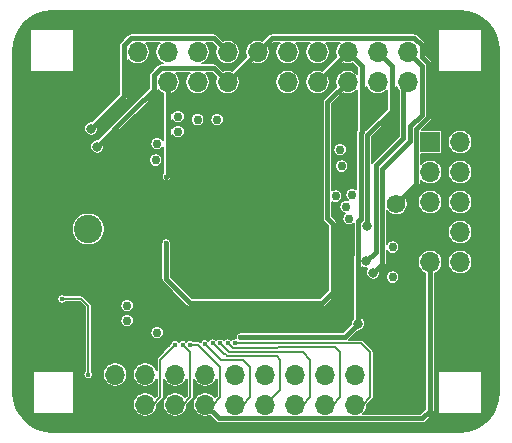
<source format=gbl>
G04 #@! TF.GenerationSoftware,KiCad,Pcbnew,(5.1.6)-1*
G04 #@! TF.CreationDate,2021-09-11T05:23:29-07:00*
G04 #@! TF.ProjectId,scum3c-devboard,7363756d-3363-42d6-9465-76626f617264,rev?*
G04 #@! TF.SameCoordinates,Original*
G04 #@! TF.FileFunction,Copper,L2,Bot*
G04 #@! TF.FilePolarity,Positive*
%FSLAX46Y46*%
G04 Gerber Fmt 4.6, Leading zero omitted, Abs format (unit mm)*
G04 Created by KiCad (PCBNEW (5.1.6)-1) date 2021-09-11 05:23:29*
%MOMM*%
%LPD*%
G01*
G04 APERTURE LIST*
G04 #@! TA.AperFunction,ComponentPad*
%ADD10C,2.400000*%
G04 #@! TD*
G04 #@! TA.AperFunction,ComponentPad*
%ADD11C,1.574800*%
G04 #@! TD*
G04 #@! TA.AperFunction,ComponentPad*
%ADD12R,1.700000X1.700000*%
G04 #@! TD*
G04 #@! TA.AperFunction,ComponentPad*
%ADD13O,1.700000X1.700000*%
G04 #@! TD*
G04 #@! TA.AperFunction,ComponentPad*
%ADD14C,0.762000*%
G04 #@! TD*
G04 #@! TA.AperFunction,ComponentPad*
%ADD15C,0.568750*%
G04 #@! TD*
G04 #@! TA.AperFunction,ViaPad*
%ADD16C,0.406400*%
G04 #@! TD*
G04 #@! TA.AperFunction,ViaPad*
%ADD17C,0.812800*%
G04 #@! TD*
G04 #@! TA.AperFunction,Conductor*
%ADD18C,0.406400*%
G04 #@! TD*
G04 #@! TA.AperFunction,Conductor*
%ADD19C,0.203200*%
G04 #@! TD*
G04 #@! TA.AperFunction,Conductor*
%ADD20C,0.127000*%
G04 #@! TD*
G04 APERTURE END LIST*
D10*
G04 #@! TO.P,J4,1*
G04 #@! TO.N,/scumsheet/ANTENNA*
X82804000Y-69469000D03*
G04 #@! TO.P,J4,2*
G04 #@! TO.N,GND*
X80264000Y-66929000D03*
G04 #@! TO.P,J4,3*
X85344000Y-66929000D03*
G04 #@! TO.P,J4,4*
X80264000Y-72009000D03*
G04 #@! TO.P,J4,5*
X85344000Y-72009000D03*
G04 #@! TD*
D11*
G04 #@! TO.P,B1,2*
G04 #@! TO.N,+EXT_BAT*
X108889800Y-67310000D03*
G04 #@! TO.P,B1,1*
G04 #@! TO.N,GND*
X88392000Y-67310000D03*
G04 #@! TD*
D12*
G04 #@! TO.P,J1,1*
G04 #@! TO.N,GND*
X84455000Y-57023000D03*
D13*
G04 #@! TO.P,J1,2*
X84455000Y-54483000D03*
G04 #@! TO.P,J1,3*
X86995000Y-57023000D03*
G04 #@! TO.P,J1,4*
G04 #@! TO.N,+1.8V_REG*
X86995000Y-54483000D03*
G04 #@! TO.P,J1,5*
G04 #@! TO.N,+VBAT*
X89535000Y-57023000D03*
G04 #@! TO.P,J1,6*
G04 #@! TO.N,+1.8V_REG*
X89535000Y-54483000D03*
G04 #@! TO.P,J1,7*
G04 #@! TO.N,+VDDD*
X92075000Y-57023000D03*
G04 #@! TO.P,J1,8*
G04 #@! TO.N,+1.1V_REG*
X92075000Y-54483000D03*
G04 #@! TO.P,J1,9*
G04 #@! TO.N,+EXT_BAT*
X94615000Y-57023000D03*
G04 #@! TO.P,J1,10*
G04 #@! TO.N,/1.1V_IN*
X94615000Y-54483000D03*
G04 #@! TO.P,J1,11*
G04 #@! TO.N,GND*
X97155000Y-57023000D03*
G04 #@! TO.P,J1,12*
G04 #@! TO.N,+EXT_BAT*
X97155000Y-54483000D03*
G04 #@! TO.P,J1,13*
G04 #@! TO.N,+VDDIO*
X99695000Y-57023000D03*
G04 #@! TO.P,J1,14*
G04 #@! TO.N,/IMU_VDDIO*
X99695000Y-54483000D03*
G04 #@! TO.P,J1,15*
G04 #@! TO.N,+VDDIO*
X102235000Y-57023000D03*
G04 #@! TO.P,J1,16*
G04 #@! TO.N,/IMU_VDD*
X102235000Y-54483000D03*
G04 #@! TO.P,J1,17*
G04 #@! TO.N,+VBAT*
X104775000Y-57023000D03*
G04 #@! TO.P,J1,18*
G04 #@! TO.N,+VDDIO*
X104775000Y-54483000D03*
G04 #@! TO.P,J1,19*
G04 #@! TO.N,+VDDD*
X107315000Y-57023000D03*
G04 #@! TO.P,J1,20*
G04 #@! TO.N,/BOOT_SOURCE_SEL*
X107315000Y-54483000D03*
G04 #@! TO.P,J1,21*
G04 #@! TO.N,/SENSOR_EXT_IN*
X109855000Y-57023000D03*
G04 #@! TO.P,J1,22*
G04 #@! TO.N,/SENSOR_LDO_OUTPUT*
X109855000Y-54483000D03*
G04 #@! TD*
G04 #@! TO.P,J3,10*
G04 #@! TO.N,/3WB_DATA*
X114300000Y-72263000D03*
G04 #@! TO.P,J3,9*
G04 #@! TO.N,/GPIO2*
X111760000Y-72263000D03*
G04 #@! TO.P,J3,8*
G04 #@! TO.N,/3WB_ENB*
X114300000Y-69723000D03*
G04 #@! TO.P,J3,7*
G04 #@! TO.N,GND*
X111760000Y-69723000D03*
G04 #@! TO.P,J3,6*
G04 #@! TO.N,/3WB_CLK*
X114300000Y-67183000D03*
G04 #@! TO.P,J3,5*
G04 #@! TO.N,/RsRx*
X111760000Y-67183000D03*
G04 #@! TO.P,J3,4*
G04 #@! TO.N,/HARD_RESET*
X114300000Y-64643000D03*
G04 #@! TO.P,J3,3*
G04 #@! TO.N,/RsTx*
X111760000Y-64643000D03*
G04 #@! TO.P,J3,2*
G04 #@! TO.N,+VBAT*
X114300000Y-62103000D03*
D12*
G04 #@! TO.P,J3,1*
G04 #@! TO.N,+NRF_VDDD*
X111760000Y-62103000D03*
G04 #@! TD*
D14*
G04 #@! TO.P,J21,1*
G04 #@! TO.N,Net-(J21-Pad1)*
X108585000Y-70993000D03*
G04 #@! TD*
G04 #@! TO.P,J20,1*
G04 #@! TO.N,Net-(J20-Pad1)*
X104140000Y-62738000D03*
G04 #@! TD*
G04 #@! TO.P,J19,1*
G04 #@! TO.N,Net-(J19-Pad1)*
X93726000Y-60198000D03*
G04 #@! TD*
G04 #@! TO.P,J18,1*
G04 #@! TO.N,Net-(J18-Pad1)*
X92075000Y-60198000D03*
G04 #@! TD*
G04 #@! TO.P,J14,1*
G04 #@! TO.N,Net-(J14-Pad1)*
X90424000Y-59944000D03*
G04 #@! TD*
G04 #@! TO.P,J12,1*
G04 #@! TO.N,Net-(J12-Pad1)*
X86106000Y-77216000D03*
G04 #@! TD*
G04 #@! TO.P,J17,1*
G04 #@! TO.N,Net-(J17-Pad1)*
X108585000Y-73533000D03*
G04 #@! TD*
G04 #@! TO.P,J16,1*
G04 #@! TO.N,Net-(J16-Pad1)*
X105156000Y-66548000D03*
G04 #@! TD*
G04 #@! TO.P,J15,1*
G04 #@! TO.N,Net-(J15-Pad1)*
X103759000Y-66675000D03*
G04 #@! TD*
G04 #@! TO.P,J13,1*
G04 #@! TO.N,Net-(J13-Pad1)*
X88646000Y-78232000D03*
G04 #@! TD*
G04 #@! TO.P,J11,1*
G04 #@! TO.N,Net-(J11-Pad1)*
X86106000Y-75946000D03*
G04 #@! TD*
G04 #@! TO.P,J10,1*
G04 #@! TO.N,Net-(J10-Pad1)*
X104648000Y-67564000D03*
G04 #@! TD*
G04 #@! TO.P,J9,1*
G04 #@! TO.N,Net-(J9-Pad1)*
X104902000Y-68580000D03*
G04 #@! TD*
G04 #@! TO.P,J8,1*
G04 #@! TO.N,Net-(J8-Pad1)*
X88519000Y-63627000D03*
G04 #@! TD*
G04 #@! TO.P,J7,1*
G04 #@! TO.N,Net-(J7-Pad1)*
X88646000Y-62230000D03*
G04 #@! TD*
G04 #@! TO.P,J6,1*
G04 #@! TO.N,Net-(J6-Pad1)*
X90424000Y-61214000D03*
G04 #@! TD*
G04 #@! TO.P,J5,1*
G04 #@! TO.N,Net-(J5-Pad1)*
X104267000Y-64135000D03*
G04 #@! TD*
G04 #@! TO.P,GND6,1*
G04 #@! TO.N,GND*
X106680000Y-59944000D03*
G04 #@! TD*
G04 #@! TO.P,GND5,1*
G04 #@! TO.N,GND*
X106680000Y-74422000D03*
G04 #@! TD*
G04 #@! TO.P,GND4,1*
G04 #@! TO.N,GND*
X107188000Y-62992000D03*
G04 #@! TD*
G04 #@! TO.P,GND3,1*
G04 #@! TO.N,GND*
X90678000Y-76962000D03*
G04 #@! TD*
G04 #@! TO.P,GND2,1*
G04 #@! TO.N,GND*
X84328000Y-76708000D03*
G04 #@! TD*
G04 #@! TO.P,GND1,1*
G04 #@! TO.N,GND*
X98552000Y-77724000D03*
G04 #@! TD*
D13*
G04 #@! TO.P,J2,20*
G04 #@! TO.N,GND*
X107950000Y-81788000D03*
G04 #@! TO.P,J2,19*
X107950000Y-84328000D03*
G04 #@! TO.P,J2,18*
G04 #@! TO.N,/GPIO15*
X105410000Y-81788000D03*
G04 #@! TO.P,J2,17*
G04 #@! TO.N,/GPIO7*
X105410000Y-84328000D03*
G04 #@! TO.P,J2,16*
G04 #@! TO.N,/GPIO14*
X102870000Y-81788000D03*
G04 #@! TO.P,J2,15*
G04 #@! TO.N,/GPIO6*
X102870000Y-84328000D03*
G04 #@! TO.P,J2,14*
G04 #@! TO.N,/GPIO13*
X100330000Y-81788000D03*
G04 #@! TO.P,J2,13*
G04 #@! TO.N,/GPIO5*
X100330000Y-84328000D03*
G04 #@! TO.P,J2,12*
G04 #@! TO.N,/GPIO12*
X97790000Y-81788000D03*
G04 #@! TO.P,J2,11*
G04 #@! TO.N,/GPIO4*
X97790000Y-84328000D03*
G04 #@! TO.P,J2,10*
G04 #@! TO.N,/GPIO11*
X95250000Y-81788000D03*
G04 #@! TO.P,J2,9*
G04 #@! TO.N,/GPIO3*
X95250000Y-84328000D03*
G04 #@! TO.P,J2,8*
G04 #@! TO.N,/GPIO10*
X92710000Y-81788000D03*
G04 #@! TO.P,J2,7*
G04 #@! TO.N,/GPIO2*
X92710000Y-84328000D03*
G04 #@! TO.P,J2,6*
G04 #@! TO.N,/GPIO9*
X90170000Y-81788000D03*
G04 #@! TO.P,J2,5*
G04 #@! TO.N,/GPIO1*
X90170000Y-84328000D03*
G04 #@! TO.P,J2,4*
G04 #@! TO.N,/GPIO8*
X87630000Y-81788000D03*
G04 #@! TO.P,J2,3*
G04 #@! TO.N,/GPIO0*
X87630000Y-84328000D03*
G04 #@! TO.P,J2,2*
G04 #@! TO.N,/GPIO1*
X85090000Y-81788000D03*
D12*
G04 #@! TO.P,J2,1*
G04 #@! TO.N,GND*
X85090000Y-84328000D03*
G04 #@! TD*
D15*
G04 #@! TO.P,U1,101*
G04 #@! TO.N,GND*
X100501250Y-72619250D03*
X100501250Y-71481750D03*
X100501250Y-70344250D03*
X100501250Y-69206750D03*
X100501250Y-68069250D03*
X100501250Y-66931750D03*
X100501250Y-65794250D03*
X100501250Y-64656750D03*
X99363750Y-72619250D03*
X99363750Y-71481750D03*
X99363750Y-70344250D03*
X99363750Y-69206750D03*
X99363750Y-68069250D03*
X99363750Y-66931750D03*
X99363750Y-65794250D03*
X99363750Y-64656750D03*
X98226250Y-72619250D03*
X98226250Y-71481750D03*
X98226250Y-70344250D03*
X98226250Y-69206750D03*
X98226250Y-68069250D03*
X98226250Y-66931750D03*
X98226250Y-65794250D03*
X98226250Y-64656750D03*
X97088750Y-72619250D03*
X97088750Y-71481750D03*
X97088750Y-70344250D03*
X97088750Y-69206750D03*
X97088750Y-68069250D03*
X97088750Y-66931750D03*
X97088750Y-65794250D03*
X97088750Y-64656750D03*
X95951250Y-72619250D03*
X95951250Y-71481750D03*
X95951250Y-70344250D03*
X95951250Y-69206750D03*
X95951250Y-68069250D03*
X95951250Y-66931750D03*
X95951250Y-65794250D03*
X95951250Y-64656750D03*
X94813750Y-72619250D03*
X94813750Y-71481750D03*
X94813750Y-70344250D03*
X94813750Y-69206750D03*
X94813750Y-68069250D03*
X94813750Y-66931750D03*
X94813750Y-65794250D03*
X94813750Y-64656750D03*
X93676250Y-72619250D03*
X93676250Y-71481750D03*
X93676250Y-70344250D03*
X93676250Y-69206750D03*
X93676250Y-68069250D03*
X93676250Y-66931750D03*
X93676250Y-65794250D03*
X93676250Y-64656750D03*
X92538750Y-72619250D03*
X92538750Y-71481750D03*
X92538750Y-70344250D03*
X92538750Y-69206750D03*
X92538750Y-68069250D03*
X92538750Y-66931750D03*
X92538750Y-65794250D03*
X92538750Y-64656750D03*
G04 #@! TD*
D16*
G04 #@! TO.N,GND*
X89535000Y-79248000D03*
G04 #@! TO.N,+VBAT*
X103505000Y-70358000D03*
X103505000Y-69006200D03*
X89408000Y-65024000D03*
X91440000Y-75692000D03*
X89408000Y-70612000D03*
G04 #@! TO.N,+VDDIO*
X95688200Y-78613000D03*
D17*
X105664000Y-77470000D03*
D16*
G04 #@! TO.N,/GPIO7*
X95250000Y-79120990D03*
G04 #@! TO.N,/GPIO5*
X93980000Y-79120990D03*
G04 #@! TO.N,/GPIO3*
X92669778Y-79176680D03*
G04 #@! TO.N,/GPIO1*
X90805000Y-79248000D03*
G04 #@! TO.N,/GPIO6*
X94615000Y-79120990D03*
G04 #@! TO.N,/GPIO4*
X93345000Y-79120990D03*
G04 #@! TO.N,/GPIO2*
X91440000Y-79248000D03*
G04 #@! TO.N,/GPIO0*
X90170000Y-79248000D03*
D17*
G04 #@! TO.N,/SENSOR_LDO_OUTPUT*
X106934000Y-73152000D03*
G04 #@! TO.N,/SENSOR_EXT_IN*
X106357987Y-72204013D03*
G04 #@! TO.N,/BOOT_SOURCE_SEL*
X106425990Y-69203000D03*
D16*
G04 #@! TO.N,/GPIO13*
X82804000Y-81788000D03*
X80569329Y-75386671D03*
D17*
G04 #@! TO.N,+EXT_BAT*
X83566000Y-62484000D03*
G04 #@! TO.N,/1.1V_IN*
X83058000Y-60960000D03*
G04 #@! TD*
D18*
G04 #@! TO.N,+VBAT*
X103505000Y-69006200D02*
X103505000Y-70358000D01*
X91440000Y-75692000D02*
X89408000Y-73660000D01*
X103047799Y-58750201D02*
X104775000Y-57023000D01*
X103047799Y-68548999D02*
X103047799Y-58750201D01*
X103505000Y-69006200D02*
X103047799Y-68548999D01*
X91440000Y-75692000D02*
X102616000Y-75692000D01*
X103505000Y-74803000D02*
X103505000Y-70358000D01*
X102616000Y-75692000D02*
X103505000Y-74803000D01*
X89535000Y-64897000D02*
X89408000Y-65024000D01*
X89535000Y-57023000D02*
X89535000Y-64897000D01*
X89408000Y-73660000D02*
X89408000Y-70612000D01*
G04 #@! TO.N,+VDDIO*
X104775000Y-54483000D02*
X102235000Y-57023000D01*
X104521000Y-78613000D02*
X105664000Y-77470000D01*
X95688200Y-78613000D02*
X104521000Y-78613000D01*
X105664000Y-77470000D02*
X105621386Y-77427386D01*
X105689389Y-71782441D02*
X105689389Y-68808611D01*
X105621386Y-77427386D02*
X105621386Y-71850444D01*
X105621386Y-71850444D02*
X105689389Y-71782441D01*
X105689389Y-68808611D02*
X105892580Y-68605420D01*
X105892580Y-61321467D02*
X105892580Y-68605420D01*
X105955201Y-61258846D02*
X105892580Y-61321467D01*
X105955201Y-55663201D02*
X105955201Y-61258846D01*
X104775000Y-54483000D02*
X105955201Y-55663201D01*
D19*
G04 #@! TO.N,/GPIO7*
X105410000Y-84328000D02*
X106045000Y-84328000D01*
X106045000Y-84328000D02*
X106680000Y-83693000D01*
X106680000Y-83693000D02*
X106680000Y-79883000D01*
X106680000Y-79883000D02*
X105917990Y-79120990D01*
X95250000Y-79120990D02*
X105917990Y-79120990D01*
G04 #@! TO.N,/GPIO5*
X93980000Y-79120990D02*
X94742010Y-79883000D01*
X94742010Y-79883000D02*
X100965000Y-79883000D01*
X100965000Y-79883000D02*
X101600000Y-80518000D01*
X101600000Y-80518000D02*
X101600000Y-83693000D01*
X100965000Y-84328000D02*
X100330000Y-84328000D01*
X101600000Y-83693000D02*
X100965000Y-84328000D01*
G04 #@! TO.N,/GPIO3*
X92669778Y-79176680D02*
X94036518Y-80543420D01*
X94036518Y-80543420D02*
X95910420Y-80543420D01*
X95910420Y-80543420D02*
X96520000Y-81153000D01*
X96520000Y-81153000D02*
X96520000Y-83693000D01*
X95885000Y-84328000D02*
X95250000Y-84328000D01*
X96520000Y-83693000D02*
X95885000Y-84328000D01*
G04 #@! TO.N,/GPIO1*
X90805000Y-79248000D02*
X91440000Y-79883000D01*
X91440000Y-79883000D02*
X91440000Y-83693000D01*
X91440000Y-83693000D02*
X90805000Y-84328000D01*
X90805000Y-84328000D02*
X90170000Y-84328000D01*
G04 #@! TO.N,/GPIO6*
X98755209Y-79552791D02*
X98856800Y-79451200D01*
X94615000Y-79120990D02*
X95046801Y-79552791D01*
X95046801Y-79552791D02*
X98755209Y-79552791D01*
X98856800Y-79451200D02*
X103708200Y-79451200D01*
X103708200Y-79451200D02*
X104140000Y-79883000D01*
X104140000Y-79883000D02*
X104140000Y-83693000D01*
X102870000Y-84328000D02*
X103505000Y-84328000D01*
X103505000Y-84328000D02*
X104140000Y-83693000D01*
G04 #@! TO.N,/GPIO4*
X93345000Y-79120990D02*
X94276998Y-80052988D01*
X97790000Y-84328000D02*
X99060000Y-83058000D01*
X99060000Y-83058000D02*
X99060000Y-80518000D01*
X99060000Y-80518000D02*
X98755210Y-80213210D01*
X94445011Y-80052988D02*
X94276998Y-80052988D01*
X94605233Y-80213210D02*
X94445011Y-80052988D01*
X98755210Y-80213210D02*
X94605233Y-80213210D01*
G04 #@! TO.N,/GPIO2*
X93980000Y-81153000D02*
X92075000Y-79248000D01*
X93980000Y-83693000D02*
X93980000Y-81153000D01*
X92710000Y-84328000D02*
X93345000Y-84328000D01*
X92075000Y-79248000D02*
X91440000Y-79248000D01*
X93345000Y-84328000D02*
X93980000Y-83693000D01*
D18*
X93890201Y-85508201D02*
X92710000Y-84328000D01*
X111087799Y-85508201D02*
X93890201Y-85508201D01*
X111760000Y-84836000D02*
X111087799Y-85508201D01*
X111760000Y-72263000D02*
X111760000Y-84836000D01*
D19*
G04 #@! TO.N,/GPIO0*
X90170000Y-79248000D02*
X88900000Y-80518000D01*
X88900000Y-80518000D02*
X88900000Y-83693000D01*
X88900000Y-83693000D02*
X88265000Y-84328000D01*
X88265000Y-84328000D02*
X87630000Y-84328000D01*
D18*
G04 #@! TO.N,/SENSOR_LDO_OUTPUT*
X111035201Y-55663201D02*
X109855000Y-54483000D01*
X111035201Y-59779083D02*
X111035201Y-55663201D01*
X106934000Y-73152000D02*
X107696000Y-72390000D01*
X107696000Y-64390778D02*
X110046389Y-62040389D01*
X110046389Y-62040389D02*
X110046389Y-60767894D01*
X107696000Y-72390000D02*
X107696000Y-64390778D01*
X110046389Y-60767894D02*
X111035201Y-59779083D01*
G04 #@! TO.N,/SENSOR_EXT_IN*
X109497312Y-57380688D02*
X109855000Y-57023000D01*
X107162590Y-64069988D02*
X109497312Y-61735266D01*
X109497312Y-61735266D02*
X109497312Y-57380688D01*
X107162590Y-71399410D02*
X107162590Y-64069988D01*
X106357987Y-72204013D02*
X107162590Y-71399410D01*
G04 #@! TO.N,/BOOT_SOURCE_SEL*
X108495201Y-55663201D02*
X107315000Y-54483000D01*
X106425990Y-61542412D02*
X108495201Y-59473201D01*
X108495201Y-59473201D02*
X108495201Y-55663201D01*
X106425990Y-69203000D02*
X106425990Y-61542412D01*
D19*
G04 #@! TO.N,/GPIO13*
X82804000Y-81788000D02*
X82804000Y-75946000D01*
X82804000Y-75946000D02*
X82244671Y-75386671D01*
X82244671Y-75386671D02*
X80569329Y-75386671D01*
D18*
G04 #@! TO.N,+EXT_BAT*
X86614000Y-59428354D02*
X86621646Y-59428354D01*
X93434799Y-55842799D02*
X94615000Y-57023000D01*
X88968503Y-55842799D02*
X93434799Y-55842799D01*
X88354799Y-57695201D02*
X88354799Y-56456503D01*
X88354799Y-56456503D02*
X88968503Y-55842799D01*
X86621646Y-59428354D02*
X88354799Y-57695201D01*
X97155000Y-54483000D02*
X94615000Y-57023000D01*
X83566000Y-62484000D02*
X86621646Y-59428354D01*
X111568611Y-60000029D02*
X110579799Y-60988841D01*
X111568611Y-55442256D02*
X111568611Y-60000029D01*
X111035201Y-54908847D02*
X111568611Y-55442256D01*
X111035201Y-53916503D02*
X111035201Y-54908847D01*
X98335201Y-53302799D02*
X110421497Y-53302799D01*
X110421497Y-53302799D02*
X111035201Y-53916503D01*
X97155000Y-54483000D02*
X98335201Y-53302799D01*
X110579799Y-65620001D02*
X110579799Y-65113799D01*
X110579799Y-60988841D02*
X110579799Y-65113799D01*
X108889800Y-67310000D02*
X110579799Y-65620001D01*
G04 #@! TO.N,/1.1V_IN*
X83058000Y-60960000D02*
X85814799Y-58203201D01*
X93434799Y-53302799D02*
X94615000Y-54483000D01*
X86428503Y-53302799D02*
X93434799Y-53302799D01*
X85814799Y-53916503D02*
X86428503Y-53302799D01*
X85814799Y-58203201D02*
X85814799Y-53916503D01*
G04 #@! TD*
D20*
G04 #@! TO.N,GND*
G36*
X114943603Y-51105562D02*
G01*
X115562691Y-51292476D01*
X116133684Y-51596078D01*
X116634836Y-52004808D01*
X117047052Y-52503091D01*
X117354631Y-53071947D01*
X117545865Y-53689722D01*
X117614657Y-54344237D01*
X117614700Y-54356560D01*
X117614701Y-83300193D01*
X117550438Y-83955602D01*
X117363524Y-84574691D01*
X117059919Y-85145689D01*
X116651195Y-85646834D01*
X116152913Y-86059050D01*
X115584048Y-86366633D01*
X114966277Y-86557866D01*
X114311764Y-86626657D01*
X114299439Y-86626700D01*
X79767797Y-86626700D01*
X79112398Y-86562438D01*
X78493309Y-86375524D01*
X77922311Y-86071919D01*
X77421166Y-85663195D01*
X77008950Y-85164913D01*
X76701367Y-84596048D01*
X76510134Y-83978277D01*
X76441343Y-83323764D01*
X76441300Y-83311439D01*
X76441300Y-81534000D01*
X78168500Y-81534000D01*
X78168500Y-85090000D01*
X78169720Y-85102388D01*
X78173334Y-85114300D01*
X78179202Y-85125279D01*
X78187099Y-85134901D01*
X78196721Y-85142798D01*
X78207700Y-85148666D01*
X78219612Y-85152280D01*
X78232000Y-85153500D01*
X81534000Y-85153500D01*
X81546388Y-85152280D01*
X81558300Y-85148666D01*
X81569279Y-85142798D01*
X81578901Y-85134901D01*
X81586798Y-85125279D01*
X81592666Y-85114300D01*
X81596280Y-85102388D01*
X81597500Y-85090000D01*
X81597500Y-81534000D01*
X81596280Y-81521612D01*
X81592666Y-81509700D01*
X81586798Y-81498721D01*
X81578901Y-81489099D01*
X81569279Y-81481202D01*
X81558300Y-81475334D01*
X81546388Y-81471720D01*
X81534000Y-81470500D01*
X78232000Y-81470500D01*
X78219612Y-81471720D01*
X78207700Y-81475334D01*
X78196721Y-81481202D01*
X78187099Y-81489099D01*
X78179202Y-81498721D01*
X78173334Y-81509700D01*
X78169720Y-81521612D01*
X78168500Y-81534000D01*
X76441300Y-81534000D01*
X76441300Y-75347895D01*
X80175629Y-75347895D01*
X80175629Y-75425447D01*
X80190759Y-75501509D01*
X80220437Y-75573158D01*
X80263522Y-75637640D01*
X80318360Y-75692478D01*
X80382842Y-75735563D01*
X80454491Y-75765241D01*
X80530553Y-75780371D01*
X80608105Y-75780371D01*
X80684167Y-75765241D01*
X80755816Y-75735563D01*
X80820298Y-75692478D01*
X80834005Y-75678771D01*
X82123680Y-75678771D01*
X82511901Y-76066993D01*
X82511900Y-81523324D01*
X82498193Y-81537031D01*
X82455108Y-81601513D01*
X82425430Y-81673162D01*
X82410300Y-81749224D01*
X82410300Y-81826776D01*
X82425430Y-81902838D01*
X82455108Y-81974487D01*
X82498193Y-82038969D01*
X82553031Y-82093807D01*
X82617513Y-82136892D01*
X82689162Y-82166570D01*
X82765224Y-82181700D01*
X82842776Y-82181700D01*
X82918838Y-82166570D01*
X82990487Y-82136892D01*
X83054969Y-82093807D01*
X83109807Y-82038969D01*
X83152892Y-81974487D01*
X83182570Y-81902838D01*
X83197700Y-81826776D01*
X83197700Y-81749224D01*
X83185029Y-81685520D01*
X84049500Y-81685520D01*
X84049500Y-81890480D01*
X84089485Y-82091503D01*
X84167920Y-82280862D01*
X84281791Y-82451280D01*
X84426720Y-82596209D01*
X84597138Y-82710080D01*
X84786497Y-82788515D01*
X84987520Y-82828500D01*
X85192480Y-82828500D01*
X85393503Y-82788515D01*
X85582862Y-82710080D01*
X85753280Y-82596209D01*
X85898209Y-82451280D01*
X86012080Y-82280862D01*
X86090515Y-82091503D01*
X86130500Y-81890480D01*
X86130500Y-81685520D01*
X86090515Y-81484497D01*
X86012080Y-81295138D01*
X85898209Y-81124720D01*
X85753280Y-80979791D01*
X85582862Y-80865920D01*
X85393503Y-80787485D01*
X85192480Y-80747500D01*
X84987520Y-80747500D01*
X84786497Y-80787485D01*
X84597138Y-80865920D01*
X84426720Y-80979791D01*
X84281791Y-81124720D01*
X84167920Y-81295138D01*
X84089485Y-81484497D01*
X84049500Y-81685520D01*
X83185029Y-81685520D01*
X83182570Y-81673162D01*
X83152892Y-81601513D01*
X83109807Y-81537031D01*
X83096100Y-81523324D01*
X83096100Y-78175712D01*
X88074500Y-78175712D01*
X88074500Y-78288288D01*
X88096463Y-78398700D01*
X88139543Y-78502707D01*
X88202087Y-78596310D01*
X88281690Y-78675913D01*
X88375293Y-78738457D01*
X88479300Y-78781537D01*
X88589712Y-78803500D01*
X88702288Y-78803500D01*
X88812700Y-78781537D01*
X88916707Y-78738457D01*
X89010310Y-78675913D01*
X89089913Y-78596310D01*
X89152457Y-78502707D01*
X89195537Y-78398700D01*
X89217500Y-78288288D01*
X89217500Y-78175712D01*
X89195537Y-78065300D01*
X89152457Y-77961293D01*
X89089913Y-77867690D01*
X89010310Y-77788087D01*
X88916707Y-77725543D01*
X88812700Y-77682463D01*
X88702288Y-77660500D01*
X88589712Y-77660500D01*
X88479300Y-77682463D01*
X88375293Y-77725543D01*
X88281690Y-77788087D01*
X88202087Y-77867690D01*
X88139543Y-77961293D01*
X88096463Y-78065300D01*
X88074500Y-78175712D01*
X83096100Y-78175712D01*
X83096100Y-77159712D01*
X85534500Y-77159712D01*
X85534500Y-77272288D01*
X85556463Y-77382700D01*
X85599543Y-77486707D01*
X85662087Y-77580310D01*
X85741690Y-77659913D01*
X85835293Y-77722457D01*
X85939300Y-77765537D01*
X86049712Y-77787500D01*
X86162288Y-77787500D01*
X86272700Y-77765537D01*
X86376707Y-77722457D01*
X86470310Y-77659913D01*
X86549913Y-77580310D01*
X86612457Y-77486707D01*
X86655537Y-77382700D01*
X86677500Y-77272288D01*
X86677500Y-77159712D01*
X86655537Y-77049300D01*
X86612457Y-76945293D01*
X86549913Y-76851690D01*
X86470310Y-76772087D01*
X86376707Y-76709543D01*
X86272700Y-76666463D01*
X86162288Y-76644500D01*
X86049712Y-76644500D01*
X85939300Y-76666463D01*
X85835293Y-76709543D01*
X85741690Y-76772087D01*
X85662087Y-76851690D01*
X85599543Y-76945293D01*
X85556463Y-77049300D01*
X85534500Y-77159712D01*
X83096100Y-77159712D01*
X83096100Y-75960346D01*
X83097513Y-75946000D01*
X83091969Y-75889712D01*
X85534500Y-75889712D01*
X85534500Y-76002288D01*
X85556463Y-76112700D01*
X85599543Y-76216707D01*
X85662087Y-76310310D01*
X85741690Y-76389913D01*
X85835293Y-76452457D01*
X85939300Y-76495537D01*
X86049712Y-76517500D01*
X86162288Y-76517500D01*
X86272700Y-76495537D01*
X86376707Y-76452457D01*
X86470310Y-76389913D01*
X86549913Y-76310310D01*
X86612457Y-76216707D01*
X86655537Y-76112700D01*
X86677500Y-76002288D01*
X86677500Y-75889712D01*
X86655537Y-75779300D01*
X86612457Y-75675293D01*
X86549913Y-75581690D01*
X86470310Y-75502087D01*
X86376707Y-75439543D01*
X86272700Y-75396463D01*
X86162288Y-75374500D01*
X86049712Y-75374500D01*
X85939300Y-75396463D01*
X85835293Y-75439543D01*
X85741690Y-75502087D01*
X85662087Y-75581690D01*
X85599543Y-75675293D01*
X85556463Y-75779300D01*
X85534500Y-75889712D01*
X83091969Y-75889712D01*
X83091873Y-75888738D01*
X83075171Y-75833677D01*
X83048047Y-75782933D01*
X83020690Y-75749598D01*
X83020689Y-75749597D01*
X83011545Y-75738455D01*
X83000403Y-75729311D01*
X82461364Y-75190273D01*
X82452216Y-75179126D01*
X82407738Y-75142624D01*
X82356994Y-75115500D01*
X82301933Y-75098798D01*
X82259017Y-75094571D01*
X82259009Y-75094571D01*
X82244671Y-75093159D01*
X82230333Y-75094571D01*
X80834005Y-75094571D01*
X80820298Y-75080864D01*
X80755816Y-75037779D01*
X80684167Y-75008101D01*
X80608105Y-74992971D01*
X80530553Y-74992971D01*
X80454491Y-75008101D01*
X80382842Y-75037779D01*
X80318360Y-75080864D01*
X80263522Y-75135702D01*
X80220437Y-75200184D01*
X80190759Y-75271833D01*
X80175629Y-75347895D01*
X76441300Y-75347895D01*
X76441300Y-69332048D01*
X81413500Y-69332048D01*
X81413500Y-69605952D01*
X81466936Y-69874594D01*
X81571755Y-70127649D01*
X81723928Y-70355392D01*
X81917608Y-70549072D01*
X82145351Y-70701245D01*
X82398406Y-70806064D01*
X82667048Y-70859500D01*
X82940952Y-70859500D01*
X83209594Y-70806064D01*
X83462649Y-70701245D01*
X83690392Y-70549072D01*
X83884072Y-70355392D01*
X84036245Y-70127649D01*
X84141064Y-69874594D01*
X84194500Y-69605952D01*
X84194500Y-69332048D01*
X84141064Y-69063406D01*
X84036245Y-68810351D01*
X83884072Y-68582608D01*
X83690392Y-68388928D01*
X83462649Y-68236755D01*
X83209594Y-68131936D01*
X82940952Y-68078500D01*
X82667048Y-68078500D01*
X82398406Y-68131936D01*
X82145351Y-68236755D01*
X81917608Y-68388928D01*
X81723928Y-68582608D01*
X81571755Y-68810351D01*
X81466936Y-69063406D01*
X81413500Y-69332048D01*
X76441300Y-69332048D01*
X76441300Y-63570712D01*
X87947500Y-63570712D01*
X87947500Y-63683288D01*
X87969463Y-63793700D01*
X88012543Y-63897707D01*
X88075087Y-63991310D01*
X88154690Y-64070913D01*
X88248293Y-64133457D01*
X88352300Y-64176537D01*
X88462712Y-64198500D01*
X88575288Y-64198500D01*
X88685700Y-64176537D01*
X88789707Y-64133457D01*
X88883310Y-64070913D01*
X88962913Y-63991310D01*
X89025457Y-63897707D01*
X89068537Y-63793700D01*
X89090500Y-63683288D01*
X89090500Y-63570712D01*
X89068537Y-63460300D01*
X89025457Y-63356293D01*
X88962913Y-63262690D01*
X88883310Y-63183087D01*
X88789707Y-63120543D01*
X88685700Y-63077463D01*
X88575288Y-63055500D01*
X88462712Y-63055500D01*
X88352300Y-63077463D01*
X88248293Y-63120543D01*
X88154690Y-63183087D01*
X88075087Y-63262690D01*
X88012543Y-63356293D01*
X87969463Y-63460300D01*
X87947500Y-63570712D01*
X76441300Y-63570712D01*
X76441300Y-60901210D01*
X82461100Y-60901210D01*
X82461100Y-61018790D01*
X82484039Y-61134109D01*
X82529034Y-61242738D01*
X82594358Y-61340501D01*
X82677499Y-61423642D01*
X82775262Y-61488966D01*
X82883891Y-61533961D01*
X82999210Y-61556900D01*
X83116790Y-61556900D01*
X83232109Y-61533961D01*
X83340738Y-61488966D01*
X83438501Y-61423642D01*
X83521642Y-61340501D01*
X83586966Y-61242738D01*
X83631961Y-61134109D01*
X83654900Y-61018790D01*
X83654900Y-60919875D01*
X86079521Y-58495255D01*
X86094533Y-58482935D01*
X86143732Y-58422987D01*
X86180289Y-58354592D01*
X86202802Y-58280380D01*
X86208499Y-58222534D01*
X86208499Y-58222526D01*
X86210402Y-58203201D01*
X86208499Y-58183876D01*
X86208499Y-55167988D01*
X86331720Y-55291209D01*
X86502138Y-55405080D01*
X86691497Y-55483515D01*
X86892520Y-55523500D01*
X87097480Y-55523500D01*
X87298503Y-55483515D01*
X87487862Y-55405080D01*
X87658280Y-55291209D01*
X87803209Y-55146280D01*
X87917080Y-54975862D01*
X87995515Y-54786503D01*
X88035500Y-54585480D01*
X88035500Y-54380520D01*
X87995515Y-54179497D01*
X87917080Y-53990138D01*
X87803209Y-53819720D01*
X87679988Y-53696499D01*
X88850012Y-53696499D01*
X88726791Y-53819720D01*
X88612920Y-53990138D01*
X88534485Y-54179497D01*
X88494500Y-54380520D01*
X88494500Y-54585480D01*
X88534485Y-54786503D01*
X88612920Y-54975862D01*
X88726791Y-55146280D01*
X88871720Y-55291209D01*
X89042138Y-55405080D01*
X89148409Y-55449099D01*
X88987828Y-55449099D01*
X88968503Y-55447196D01*
X88949178Y-55449099D01*
X88949170Y-55449099D01*
X88891324Y-55454796D01*
X88817112Y-55477309D01*
X88748717Y-55513866D01*
X88703785Y-55550741D01*
X88703782Y-55550744D01*
X88688769Y-55563065D01*
X88676447Y-55578079D01*
X88090079Y-56164448D01*
X88075066Y-56176769D01*
X88062745Y-56191782D01*
X88062741Y-56191786D01*
X88025866Y-56236718D01*
X87989309Y-56305113D01*
X87966797Y-56379325D01*
X87959196Y-56456503D01*
X87961100Y-56475835D01*
X87961099Y-57532125D01*
X86391927Y-59101298D01*
X86334266Y-59148620D01*
X86286948Y-59206276D01*
X83606125Y-61887100D01*
X83507210Y-61887100D01*
X83391891Y-61910039D01*
X83283262Y-61955034D01*
X83185499Y-62020358D01*
X83102358Y-62103499D01*
X83037034Y-62201262D01*
X82992039Y-62309891D01*
X82969100Y-62425210D01*
X82969100Y-62542790D01*
X82992039Y-62658109D01*
X83037034Y-62766738D01*
X83102358Y-62864501D01*
X83185499Y-62947642D01*
X83283262Y-63012966D01*
X83391891Y-63057961D01*
X83507210Y-63080900D01*
X83624790Y-63080900D01*
X83740109Y-63057961D01*
X83848738Y-63012966D01*
X83946501Y-62947642D01*
X84029642Y-62864501D01*
X84094966Y-62766738D01*
X84139961Y-62658109D01*
X84162900Y-62542790D01*
X84162900Y-62443875D01*
X86886366Y-59720410D01*
X86901380Y-59708088D01*
X86913706Y-59693069D01*
X88619521Y-57987255D01*
X88634533Y-57974935D01*
X88676773Y-57923467D01*
X88683732Y-57914988D01*
X88720288Y-57846593D01*
X88720289Y-57846592D01*
X88742802Y-57772380D01*
X88748499Y-57714534D01*
X88748499Y-57714524D01*
X88749085Y-57708574D01*
X88871720Y-57831209D01*
X89042138Y-57945080D01*
X89141300Y-57986154D01*
X89141301Y-61942596D01*
X89089913Y-61865690D01*
X89010310Y-61786087D01*
X88916707Y-61723543D01*
X88812700Y-61680463D01*
X88702288Y-61658500D01*
X88589712Y-61658500D01*
X88479300Y-61680463D01*
X88375293Y-61723543D01*
X88281690Y-61786087D01*
X88202087Y-61865690D01*
X88139543Y-61959293D01*
X88096463Y-62063300D01*
X88074500Y-62173712D01*
X88074500Y-62286288D01*
X88096463Y-62396700D01*
X88139543Y-62500707D01*
X88202087Y-62594310D01*
X88281690Y-62673913D01*
X88375293Y-62736457D01*
X88479300Y-62779537D01*
X88589712Y-62801500D01*
X88702288Y-62801500D01*
X88812700Y-62779537D01*
X88916707Y-62736457D01*
X89010310Y-62673913D01*
X89089913Y-62594310D01*
X89141301Y-62517403D01*
X89141301Y-64733923D01*
X89102193Y-64773031D01*
X89091388Y-64789202D01*
X89079067Y-64804215D01*
X89069911Y-64821345D01*
X89059108Y-64837513D01*
X89051665Y-64855481D01*
X89042510Y-64872610D01*
X89036873Y-64891194D01*
X89029430Y-64909162D01*
X89025636Y-64928237D01*
X89019998Y-64946822D01*
X89018095Y-64966147D01*
X89014300Y-64985224D01*
X89014300Y-65004678D01*
X89012397Y-65024000D01*
X89014300Y-65043322D01*
X89014300Y-65062776D01*
X89018095Y-65081853D01*
X89019998Y-65101178D01*
X89025636Y-65119763D01*
X89029430Y-65138838D01*
X89036873Y-65156806D01*
X89042510Y-65175390D01*
X89051665Y-65192519D01*
X89059108Y-65210487D01*
X89069911Y-65226655D01*
X89079067Y-65243785D01*
X89091389Y-65258799D01*
X89102193Y-65274969D01*
X89115946Y-65288722D01*
X89128266Y-65303734D01*
X89143278Y-65316054D01*
X89157031Y-65329807D01*
X89173201Y-65340611D01*
X89188215Y-65352933D01*
X89205345Y-65362089D01*
X89221513Y-65372892D01*
X89239481Y-65380335D01*
X89256610Y-65389490D01*
X89275194Y-65395127D01*
X89293162Y-65402570D01*
X89312237Y-65406364D01*
X89330822Y-65412002D01*
X89350147Y-65413905D01*
X89369224Y-65417700D01*
X89388678Y-65417700D01*
X89408000Y-65419603D01*
X89427322Y-65417700D01*
X89446776Y-65417700D01*
X89465853Y-65413905D01*
X89485178Y-65412002D01*
X89503763Y-65406364D01*
X89522838Y-65402570D01*
X89540806Y-65395127D01*
X89559390Y-65389490D01*
X89576519Y-65380335D01*
X89594487Y-65372892D01*
X89610655Y-65362089D01*
X89627785Y-65352933D01*
X89642798Y-65340612D01*
X89658969Y-65329807D01*
X89713807Y-65274969D01*
X89713809Y-65274966D01*
X89799715Y-65189060D01*
X89814734Y-65176734D01*
X89863933Y-65116786D01*
X89900490Y-65048391D01*
X89923003Y-64974179D01*
X89928700Y-64916333D01*
X89928700Y-64916323D01*
X89930603Y-64897001D01*
X89928700Y-64877678D01*
X89928700Y-61501405D01*
X89980087Y-61578310D01*
X90059690Y-61657913D01*
X90153293Y-61720457D01*
X90257300Y-61763537D01*
X90367712Y-61785500D01*
X90480288Y-61785500D01*
X90590700Y-61763537D01*
X90694707Y-61720457D01*
X90788310Y-61657913D01*
X90867913Y-61578310D01*
X90930457Y-61484707D01*
X90973537Y-61380700D01*
X90995500Y-61270288D01*
X90995500Y-61157712D01*
X90973537Y-61047300D01*
X90930457Y-60943293D01*
X90867913Y-60849690D01*
X90788310Y-60770087D01*
X90694707Y-60707543D01*
X90590700Y-60664463D01*
X90480288Y-60642500D01*
X90367712Y-60642500D01*
X90257300Y-60664463D01*
X90153293Y-60707543D01*
X90059690Y-60770087D01*
X89980087Y-60849690D01*
X89928700Y-60926595D01*
X89928700Y-60231405D01*
X89980087Y-60308310D01*
X90059690Y-60387913D01*
X90153293Y-60450457D01*
X90257300Y-60493537D01*
X90367712Y-60515500D01*
X90480288Y-60515500D01*
X90590700Y-60493537D01*
X90694707Y-60450457D01*
X90788310Y-60387913D01*
X90867913Y-60308310D01*
X90930457Y-60214707D01*
X90960691Y-60141712D01*
X91503500Y-60141712D01*
X91503500Y-60254288D01*
X91525463Y-60364700D01*
X91568543Y-60468707D01*
X91631087Y-60562310D01*
X91710690Y-60641913D01*
X91804293Y-60704457D01*
X91908300Y-60747537D01*
X92018712Y-60769500D01*
X92131288Y-60769500D01*
X92241700Y-60747537D01*
X92345707Y-60704457D01*
X92439310Y-60641913D01*
X92518913Y-60562310D01*
X92581457Y-60468707D01*
X92624537Y-60364700D01*
X92646500Y-60254288D01*
X92646500Y-60141712D01*
X93154500Y-60141712D01*
X93154500Y-60254288D01*
X93176463Y-60364700D01*
X93219543Y-60468707D01*
X93282087Y-60562310D01*
X93361690Y-60641913D01*
X93455293Y-60704457D01*
X93559300Y-60747537D01*
X93669712Y-60769500D01*
X93782288Y-60769500D01*
X93892700Y-60747537D01*
X93996707Y-60704457D01*
X94090310Y-60641913D01*
X94169913Y-60562310D01*
X94232457Y-60468707D01*
X94275537Y-60364700D01*
X94297500Y-60254288D01*
X94297500Y-60141712D01*
X94275537Y-60031300D01*
X94232457Y-59927293D01*
X94169913Y-59833690D01*
X94090310Y-59754087D01*
X93996707Y-59691543D01*
X93892700Y-59648463D01*
X93782288Y-59626500D01*
X93669712Y-59626500D01*
X93559300Y-59648463D01*
X93455293Y-59691543D01*
X93361690Y-59754087D01*
X93282087Y-59833690D01*
X93219543Y-59927293D01*
X93176463Y-60031300D01*
X93154500Y-60141712D01*
X92646500Y-60141712D01*
X92624537Y-60031300D01*
X92581457Y-59927293D01*
X92518913Y-59833690D01*
X92439310Y-59754087D01*
X92345707Y-59691543D01*
X92241700Y-59648463D01*
X92131288Y-59626500D01*
X92018712Y-59626500D01*
X91908300Y-59648463D01*
X91804293Y-59691543D01*
X91710690Y-59754087D01*
X91631087Y-59833690D01*
X91568543Y-59927293D01*
X91525463Y-60031300D01*
X91503500Y-60141712D01*
X90960691Y-60141712D01*
X90973537Y-60110700D01*
X90995500Y-60000288D01*
X90995500Y-59887712D01*
X90973537Y-59777300D01*
X90930457Y-59673293D01*
X90867913Y-59579690D01*
X90788310Y-59500087D01*
X90694707Y-59437543D01*
X90590700Y-59394463D01*
X90480288Y-59372500D01*
X90367712Y-59372500D01*
X90257300Y-59394463D01*
X90153293Y-59437543D01*
X90059690Y-59500087D01*
X89980087Y-59579690D01*
X89928700Y-59656595D01*
X89928700Y-57986154D01*
X90027862Y-57945080D01*
X90198280Y-57831209D01*
X90343209Y-57686280D01*
X90457080Y-57515862D01*
X90535515Y-57326503D01*
X90575500Y-57125480D01*
X90575500Y-56920520D01*
X90535515Y-56719497D01*
X90457080Y-56530138D01*
X90343209Y-56359720D01*
X90219988Y-56236499D01*
X91390012Y-56236499D01*
X91266791Y-56359720D01*
X91152920Y-56530138D01*
X91074485Y-56719497D01*
X91034500Y-56920520D01*
X91034500Y-57125480D01*
X91074485Y-57326503D01*
X91152920Y-57515862D01*
X91266791Y-57686280D01*
X91411720Y-57831209D01*
X91582138Y-57945080D01*
X91771497Y-58023515D01*
X91972520Y-58063500D01*
X92177480Y-58063500D01*
X92378503Y-58023515D01*
X92567862Y-57945080D01*
X92738280Y-57831209D01*
X92883209Y-57686280D01*
X92997080Y-57515862D01*
X93075515Y-57326503D01*
X93115500Y-57125480D01*
X93115500Y-56920520D01*
X93075515Y-56719497D01*
X92997080Y-56530138D01*
X92883209Y-56359720D01*
X92759988Y-56236499D01*
X93271724Y-56236499D01*
X93655559Y-56620335D01*
X93614485Y-56719497D01*
X93574500Y-56920520D01*
X93574500Y-57125480D01*
X93614485Y-57326503D01*
X93692920Y-57515862D01*
X93806791Y-57686280D01*
X93951720Y-57831209D01*
X94122138Y-57945080D01*
X94311497Y-58023515D01*
X94512520Y-58063500D01*
X94717480Y-58063500D01*
X94918503Y-58023515D01*
X95107862Y-57945080D01*
X95278280Y-57831209D01*
X95423209Y-57686280D01*
X95537080Y-57515862D01*
X95615515Y-57326503D01*
X95655500Y-57125480D01*
X95655500Y-56920520D01*
X98654500Y-56920520D01*
X98654500Y-57125480D01*
X98694485Y-57326503D01*
X98772920Y-57515862D01*
X98886791Y-57686280D01*
X99031720Y-57831209D01*
X99202138Y-57945080D01*
X99391497Y-58023515D01*
X99592520Y-58063500D01*
X99797480Y-58063500D01*
X99998503Y-58023515D01*
X100187862Y-57945080D01*
X100358280Y-57831209D01*
X100503209Y-57686280D01*
X100617080Y-57515862D01*
X100695515Y-57326503D01*
X100735500Y-57125480D01*
X100735500Y-56920520D01*
X100695515Y-56719497D01*
X100617080Y-56530138D01*
X100503209Y-56359720D01*
X100358280Y-56214791D01*
X100187862Y-56100920D01*
X99998503Y-56022485D01*
X99797480Y-55982500D01*
X99592520Y-55982500D01*
X99391497Y-56022485D01*
X99202138Y-56100920D01*
X99031720Y-56214791D01*
X98886791Y-56359720D01*
X98772920Y-56530138D01*
X98694485Y-56719497D01*
X98654500Y-56920520D01*
X95655500Y-56920520D01*
X95615515Y-56719497D01*
X95574441Y-56620335D01*
X96752335Y-55442441D01*
X96851497Y-55483515D01*
X97052520Y-55523500D01*
X97257480Y-55523500D01*
X97458503Y-55483515D01*
X97647862Y-55405080D01*
X97818280Y-55291209D01*
X97963209Y-55146280D01*
X98077080Y-54975862D01*
X98155515Y-54786503D01*
X98195500Y-54585480D01*
X98195500Y-54380520D01*
X98155515Y-54179497D01*
X98114441Y-54080335D01*
X98498277Y-53696499D01*
X99010012Y-53696499D01*
X98886791Y-53819720D01*
X98772920Y-53990138D01*
X98694485Y-54179497D01*
X98654500Y-54380520D01*
X98654500Y-54585480D01*
X98694485Y-54786503D01*
X98772920Y-54975862D01*
X98886791Y-55146280D01*
X99031720Y-55291209D01*
X99202138Y-55405080D01*
X99391497Y-55483515D01*
X99592520Y-55523500D01*
X99797480Y-55523500D01*
X99998503Y-55483515D01*
X100187862Y-55405080D01*
X100358280Y-55291209D01*
X100503209Y-55146280D01*
X100617080Y-54975862D01*
X100695515Y-54786503D01*
X100735500Y-54585480D01*
X100735500Y-54380520D01*
X100695515Y-54179497D01*
X100617080Y-53990138D01*
X100503209Y-53819720D01*
X100379988Y-53696499D01*
X101550012Y-53696499D01*
X101426791Y-53819720D01*
X101312920Y-53990138D01*
X101234485Y-54179497D01*
X101194500Y-54380520D01*
X101194500Y-54585480D01*
X101234485Y-54786503D01*
X101312920Y-54975862D01*
X101426791Y-55146280D01*
X101571720Y-55291209D01*
X101742138Y-55405080D01*
X101931497Y-55483515D01*
X102132520Y-55523500D01*
X102337480Y-55523500D01*
X102538503Y-55483515D01*
X102727862Y-55405080D01*
X102898280Y-55291209D01*
X103043209Y-55146280D01*
X103157080Y-54975862D01*
X103235515Y-54786503D01*
X103275500Y-54585480D01*
X103275500Y-54380520D01*
X103235515Y-54179497D01*
X103157080Y-53990138D01*
X103043209Y-53819720D01*
X102919988Y-53696499D01*
X104090012Y-53696499D01*
X103966791Y-53819720D01*
X103852920Y-53990138D01*
X103774485Y-54179497D01*
X103734500Y-54380520D01*
X103734500Y-54585480D01*
X103774485Y-54786503D01*
X103815559Y-54885665D01*
X102637665Y-56063559D01*
X102538503Y-56022485D01*
X102337480Y-55982500D01*
X102132520Y-55982500D01*
X101931497Y-56022485D01*
X101742138Y-56100920D01*
X101571720Y-56214791D01*
X101426791Y-56359720D01*
X101312920Y-56530138D01*
X101234485Y-56719497D01*
X101194500Y-56920520D01*
X101194500Y-57125480D01*
X101234485Y-57326503D01*
X101312920Y-57515862D01*
X101426791Y-57686280D01*
X101571720Y-57831209D01*
X101742138Y-57945080D01*
X101931497Y-58023515D01*
X102132520Y-58063500D01*
X102337480Y-58063500D01*
X102538503Y-58023515D01*
X102727862Y-57945080D01*
X102898280Y-57831209D01*
X103043209Y-57686280D01*
X103157080Y-57515862D01*
X103235515Y-57326503D01*
X103275500Y-57125480D01*
X103275500Y-56920520D01*
X103235515Y-56719497D01*
X103194441Y-56620335D01*
X104372335Y-55442441D01*
X104471497Y-55483515D01*
X104672520Y-55523500D01*
X104877480Y-55523500D01*
X105078503Y-55483515D01*
X105177665Y-55442441D01*
X105561501Y-55826277D01*
X105561501Y-56338012D01*
X105438280Y-56214791D01*
X105267862Y-56100920D01*
X105078503Y-56022485D01*
X104877480Y-55982500D01*
X104672520Y-55982500D01*
X104471497Y-56022485D01*
X104282138Y-56100920D01*
X104111720Y-56214791D01*
X103966791Y-56359720D01*
X103852920Y-56530138D01*
X103774485Y-56719497D01*
X103734500Y-56920520D01*
X103734500Y-57125480D01*
X103774485Y-57326503D01*
X103815559Y-57425665D01*
X102783079Y-58458146D01*
X102768066Y-58470467D01*
X102755745Y-58485480D01*
X102755741Y-58485484D01*
X102718866Y-58530416D01*
X102682309Y-58598811D01*
X102659797Y-58673023D01*
X102652196Y-58750201D01*
X102654100Y-58769534D01*
X102654099Y-68529677D01*
X102652196Y-68548999D01*
X102654099Y-68568321D01*
X102654099Y-68568331D01*
X102659796Y-68626177D01*
X102682309Y-68700389D01*
X102718866Y-68768784D01*
X102768065Y-68828733D01*
X102783084Y-68841059D01*
X103111300Y-69169276D01*
X103111301Y-70319219D01*
X103111300Y-70319224D01*
X103111300Y-70396776D01*
X103111301Y-70396781D01*
X103111300Y-74639924D01*
X102452925Y-75298300D01*
X91603076Y-75298300D01*
X89801700Y-73496925D01*
X89801700Y-70573224D01*
X89797907Y-70554158D01*
X89796003Y-70534821D01*
X89790362Y-70516227D01*
X89786570Y-70497162D01*
X89779129Y-70479199D01*
X89773490Y-70460609D01*
X89764333Y-70443477D01*
X89756892Y-70425513D01*
X89746091Y-70409349D01*
X89736933Y-70392214D01*
X89724609Y-70377197D01*
X89713807Y-70361031D01*
X89700055Y-70347279D01*
X89687734Y-70332266D01*
X89672721Y-70319945D01*
X89658969Y-70306193D01*
X89642803Y-70295391D01*
X89627786Y-70283067D01*
X89610651Y-70273909D01*
X89594487Y-70263108D01*
X89576523Y-70255667D01*
X89559391Y-70246510D01*
X89540801Y-70240871D01*
X89522838Y-70233430D01*
X89503773Y-70229638D01*
X89485179Y-70223997D01*
X89465842Y-70222093D01*
X89446776Y-70218300D01*
X89427333Y-70218300D01*
X89408000Y-70216396D01*
X89388667Y-70218300D01*
X89369224Y-70218300D01*
X89350157Y-70222093D01*
X89330822Y-70223997D01*
X89312230Y-70229637D01*
X89293162Y-70233430D01*
X89275196Y-70240872D01*
X89256610Y-70246510D01*
X89239481Y-70255665D01*
X89221513Y-70263108D01*
X89205345Y-70273911D01*
X89188215Y-70283067D01*
X89173203Y-70295388D01*
X89157031Y-70306193D01*
X89143275Y-70319949D01*
X89128267Y-70332266D01*
X89115950Y-70347274D01*
X89102193Y-70361031D01*
X89091387Y-70377204D01*
X89079068Y-70392214D01*
X89069914Y-70409341D01*
X89059108Y-70425513D01*
X89051664Y-70443485D01*
X89042511Y-70460609D01*
X89036874Y-70479190D01*
X89029430Y-70497162D01*
X89025636Y-70516237D01*
X89019998Y-70534821D01*
X89018095Y-70554148D01*
X89014300Y-70573224D01*
X89014300Y-70650776D01*
X89014301Y-70650781D01*
X89014300Y-73640677D01*
X89012397Y-73660000D01*
X89014300Y-73679322D01*
X89014300Y-73679332D01*
X89019997Y-73737178D01*
X89042510Y-73811390D01*
X89079067Y-73879785D01*
X89128266Y-73939734D01*
X89143285Y-73952060D01*
X91134193Y-75942969D01*
X91147945Y-75956721D01*
X91160266Y-75971734D01*
X91175279Y-75984055D01*
X91189031Y-75997807D01*
X91205197Y-76008609D01*
X91220214Y-76020933D01*
X91237349Y-76030091D01*
X91253513Y-76040892D01*
X91271477Y-76048333D01*
X91288609Y-76057490D01*
X91307199Y-76063129D01*
X91325162Y-76070570D01*
X91344227Y-76074362D01*
X91362821Y-76080003D01*
X91382158Y-76081907D01*
X91401224Y-76085700D01*
X91420677Y-76085700D01*
X91440000Y-76087603D01*
X91459322Y-76085700D01*
X102596678Y-76085700D01*
X102616000Y-76087603D01*
X102635322Y-76085700D01*
X102635333Y-76085700D01*
X102693179Y-76080003D01*
X102767391Y-76057490D01*
X102835786Y-76020933D01*
X102895734Y-75971734D01*
X102908060Y-75956715D01*
X103769721Y-75095054D01*
X103784734Y-75082734D01*
X103833933Y-75022786D01*
X103870490Y-74954391D01*
X103893003Y-74880179D01*
X103898700Y-74822333D01*
X103898700Y-74822325D01*
X103900603Y-74803000D01*
X103898700Y-74783675D01*
X103898700Y-69025525D01*
X103900603Y-69006200D01*
X103898700Y-68986875D01*
X103898700Y-68967424D01*
X103894907Y-68948358D01*
X103893003Y-68929021D01*
X103887362Y-68910427D01*
X103883570Y-68891362D01*
X103876129Y-68873399D01*
X103870490Y-68854809D01*
X103861333Y-68837677D01*
X103853892Y-68819713D01*
X103843091Y-68803549D01*
X103833933Y-68786414D01*
X103821609Y-68771397D01*
X103810807Y-68755231D01*
X103797055Y-68741479D01*
X103784734Y-68726466D01*
X103769722Y-68714146D01*
X103755969Y-68700393D01*
X103441499Y-68385924D01*
X103441499Y-67150190D01*
X103488293Y-67181457D01*
X103592300Y-67224537D01*
X103702712Y-67246500D01*
X103815288Y-67246500D01*
X103925700Y-67224537D01*
X104029707Y-67181457D01*
X104123310Y-67118913D01*
X104202913Y-67039310D01*
X104265457Y-66945707D01*
X104308537Y-66841700D01*
X104330500Y-66731288D01*
X104330500Y-66618712D01*
X104308537Y-66508300D01*
X104265457Y-66404293D01*
X104202913Y-66310690D01*
X104123310Y-66231087D01*
X104029707Y-66168543D01*
X103925700Y-66125463D01*
X103815288Y-66103500D01*
X103702712Y-66103500D01*
X103592300Y-66125463D01*
X103488293Y-66168543D01*
X103441499Y-66199810D01*
X103441499Y-64078712D01*
X103695500Y-64078712D01*
X103695500Y-64191288D01*
X103717463Y-64301700D01*
X103760543Y-64405707D01*
X103823087Y-64499310D01*
X103902690Y-64578913D01*
X103996293Y-64641457D01*
X104100300Y-64684537D01*
X104210712Y-64706500D01*
X104323288Y-64706500D01*
X104433700Y-64684537D01*
X104537707Y-64641457D01*
X104631310Y-64578913D01*
X104710913Y-64499310D01*
X104773457Y-64405707D01*
X104816537Y-64301700D01*
X104838500Y-64191288D01*
X104838500Y-64078712D01*
X104816537Y-63968300D01*
X104773457Y-63864293D01*
X104710913Y-63770690D01*
X104631310Y-63691087D01*
X104537707Y-63628543D01*
X104433700Y-63585463D01*
X104323288Y-63563500D01*
X104210712Y-63563500D01*
X104100300Y-63585463D01*
X103996293Y-63628543D01*
X103902690Y-63691087D01*
X103823087Y-63770690D01*
X103760543Y-63864293D01*
X103717463Y-63968300D01*
X103695500Y-64078712D01*
X103441499Y-64078712D01*
X103441499Y-62681712D01*
X103568500Y-62681712D01*
X103568500Y-62794288D01*
X103590463Y-62904700D01*
X103633543Y-63008707D01*
X103696087Y-63102310D01*
X103775690Y-63181913D01*
X103869293Y-63244457D01*
X103973300Y-63287537D01*
X104083712Y-63309500D01*
X104196288Y-63309500D01*
X104306700Y-63287537D01*
X104410707Y-63244457D01*
X104504310Y-63181913D01*
X104583913Y-63102310D01*
X104646457Y-63008707D01*
X104689537Y-62904700D01*
X104711500Y-62794288D01*
X104711500Y-62681712D01*
X104689537Y-62571300D01*
X104646457Y-62467293D01*
X104583913Y-62373690D01*
X104504310Y-62294087D01*
X104410707Y-62231543D01*
X104306700Y-62188463D01*
X104196288Y-62166500D01*
X104083712Y-62166500D01*
X103973300Y-62188463D01*
X103869293Y-62231543D01*
X103775690Y-62294087D01*
X103696087Y-62373690D01*
X103633543Y-62467293D01*
X103590463Y-62571300D01*
X103568500Y-62681712D01*
X103441499Y-62681712D01*
X103441499Y-58913276D01*
X104372335Y-57982441D01*
X104471497Y-58023515D01*
X104672520Y-58063500D01*
X104877480Y-58063500D01*
X105078503Y-58023515D01*
X105267862Y-57945080D01*
X105438280Y-57831209D01*
X105561501Y-57707988D01*
X105561502Y-61105695D01*
X105527090Y-61170077D01*
X105504577Y-61244289D01*
X105498880Y-61302135D01*
X105498880Y-61302145D01*
X105496977Y-61321467D01*
X105498880Y-61340789D01*
X105498881Y-66089768D01*
X105426707Y-66041543D01*
X105322700Y-65998463D01*
X105212288Y-65976500D01*
X105099712Y-65976500D01*
X104989300Y-65998463D01*
X104885293Y-66041543D01*
X104791690Y-66104087D01*
X104712087Y-66183690D01*
X104649543Y-66277293D01*
X104606463Y-66381300D01*
X104584500Y-66491712D01*
X104584500Y-66604288D01*
X104606463Y-66714700D01*
X104649543Y-66818707D01*
X104712087Y-66912310D01*
X104791690Y-66991913D01*
X104842951Y-67026164D01*
X104814700Y-67014463D01*
X104704288Y-66992500D01*
X104591712Y-66992500D01*
X104481300Y-67014463D01*
X104377293Y-67057543D01*
X104283690Y-67120087D01*
X104204087Y-67199690D01*
X104141543Y-67293293D01*
X104098463Y-67397300D01*
X104076500Y-67507712D01*
X104076500Y-67620288D01*
X104098463Y-67730700D01*
X104141543Y-67834707D01*
X104204087Y-67928310D01*
X104283690Y-68007913D01*
X104377293Y-68070457D01*
X104481300Y-68113537D01*
X104550760Y-68127354D01*
X104537690Y-68136087D01*
X104458087Y-68215690D01*
X104395543Y-68309293D01*
X104352463Y-68413300D01*
X104330500Y-68523712D01*
X104330500Y-68636288D01*
X104352463Y-68746700D01*
X104395543Y-68850707D01*
X104458087Y-68944310D01*
X104537690Y-69023913D01*
X104631293Y-69086457D01*
X104735300Y-69129537D01*
X104845712Y-69151500D01*
X104958288Y-69151500D01*
X105068700Y-69129537D01*
X105172707Y-69086457D01*
X105266310Y-69023913D01*
X105295690Y-68994533D01*
X105295689Y-71626716D01*
X105292453Y-71630659D01*
X105255896Y-71699054D01*
X105233384Y-71773266D01*
X105225783Y-71850444D01*
X105227687Y-71869777D01*
X105227686Y-77062171D01*
X105200358Y-77089499D01*
X105135034Y-77187262D01*
X105090039Y-77295891D01*
X105067100Y-77411210D01*
X105067100Y-77510124D01*
X104357925Y-78219300D01*
X95649424Y-78219300D01*
X95630358Y-78223093D01*
X95611021Y-78224997D01*
X95592427Y-78230638D01*
X95573362Y-78234430D01*
X95555399Y-78241871D01*
X95536809Y-78247510D01*
X95519677Y-78256667D01*
X95501713Y-78264108D01*
X95485549Y-78274909D01*
X95468414Y-78284067D01*
X95453397Y-78296391D01*
X95437231Y-78307193D01*
X95423479Y-78320945D01*
X95408466Y-78333266D01*
X95396145Y-78348279D01*
X95382393Y-78362031D01*
X95371591Y-78378197D01*
X95359267Y-78393214D01*
X95350109Y-78410349D01*
X95339308Y-78426513D01*
X95331867Y-78444477D01*
X95322710Y-78461609D01*
X95317071Y-78480199D01*
X95309630Y-78498162D01*
X95305838Y-78517227D01*
X95300197Y-78535821D01*
X95298293Y-78555158D01*
X95294500Y-78574224D01*
X95294500Y-78593667D01*
X95292596Y-78613000D01*
X95294500Y-78632333D01*
X95294500Y-78651776D01*
X95298293Y-78670842D01*
X95300197Y-78690179D01*
X95305838Y-78708773D01*
X95309630Y-78727838D01*
X95311255Y-78731761D01*
X95288776Y-78727290D01*
X95211224Y-78727290D01*
X95135162Y-78742420D01*
X95063513Y-78772098D01*
X94999031Y-78815183D01*
X94944193Y-78870021D01*
X94932500Y-78887521D01*
X94920807Y-78870021D01*
X94865969Y-78815183D01*
X94801487Y-78772098D01*
X94729838Y-78742420D01*
X94653776Y-78727290D01*
X94576224Y-78727290D01*
X94500162Y-78742420D01*
X94428513Y-78772098D01*
X94364031Y-78815183D01*
X94309193Y-78870021D01*
X94297500Y-78887521D01*
X94285807Y-78870021D01*
X94230969Y-78815183D01*
X94166487Y-78772098D01*
X94094838Y-78742420D01*
X94018776Y-78727290D01*
X93941224Y-78727290D01*
X93865162Y-78742420D01*
X93793513Y-78772098D01*
X93729031Y-78815183D01*
X93674193Y-78870021D01*
X93662500Y-78887521D01*
X93650807Y-78870021D01*
X93595969Y-78815183D01*
X93531487Y-78772098D01*
X93459838Y-78742420D01*
X93383776Y-78727290D01*
X93306224Y-78727290D01*
X93230162Y-78742420D01*
X93158513Y-78772098D01*
X93094031Y-78815183D01*
X93039193Y-78870021D01*
X92996108Y-78934503D01*
X92990502Y-78948036D01*
X92975585Y-78925711D01*
X92920747Y-78870873D01*
X92856265Y-78827788D01*
X92784616Y-78798110D01*
X92708554Y-78782980D01*
X92631002Y-78782980D01*
X92554940Y-78798110D01*
X92483291Y-78827788D01*
X92418809Y-78870873D01*
X92363971Y-78925711D01*
X92320886Y-78990193D01*
X92294349Y-79054258D01*
X92291693Y-79051602D01*
X92282545Y-79040455D01*
X92238067Y-79003953D01*
X92187323Y-78976829D01*
X92132262Y-78960127D01*
X92089346Y-78955900D01*
X92089338Y-78955900D01*
X92075000Y-78954488D01*
X92060662Y-78955900D01*
X91704676Y-78955900D01*
X91690969Y-78942193D01*
X91626487Y-78899108D01*
X91554838Y-78869430D01*
X91478776Y-78854300D01*
X91401224Y-78854300D01*
X91325162Y-78869430D01*
X91253513Y-78899108D01*
X91189031Y-78942193D01*
X91134193Y-78997031D01*
X91122500Y-79014531D01*
X91110807Y-78997031D01*
X91055969Y-78942193D01*
X90991487Y-78899108D01*
X90919838Y-78869430D01*
X90843776Y-78854300D01*
X90766224Y-78854300D01*
X90690162Y-78869430D01*
X90618513Y-78899108D01*
X90554031Y-78942193D01*
X90499193Y-78997031D01*
X90487500Y-79014531D01*
X90475807Y-78997031D01*
X90420969Y-78942193D01*
X90356487Y-78899108D01*
X90284838Y-78869430D01*
X90208776Y-78854300D01*
X90131224Y-78854300D01*
X90055162Y-78869430D01*
X89983513Y-78899108D01*
X89919031Y-78942193D01*
X89864193Y-78997031D01*
X89821108Y-79061513D01*
X89791430Y-79133162D01*
X89776300Y-79209224D01*
X89776300Y-79228609D01*
X88703602Y-80301307D01*
X88692455Y-80310455D01*
X88655953Y-80354934D01*
X88628829Y-80405678D01*
X88612127Y-80460739D01*
X88607900Y-80503655D01*
X88607900Y-80503662D01*
X88606488Y-80518000D01*
X88607900Y-80532338D01*
X88607900Y-81429900D01*
X88552080Y-81295138D01*
X88438209Y-81124720D01*
X88293280Y-80979791D01*
X88122862Y-80865920D01*
X87933503Y-80787485D01*
X87732480Y-80747500D01*
X87527520Y-80747500D01*
X87326497Y-80787485D01*
X87137138Y-80865920D01*
X86966720Y-80979791D01*
X86821791Y-81124720D01*
X86707920Y-81295138D01*
X86629485Y-81484497D01*
X86589500Y-81685520D01*
X86589500Y-81890480D01*
X86629485Y-82091503D01*
X86707920Y-82280862D01*
X86821791Y-82451280D01*
X86966720Y-82596209D01*
X87137138Y-82710080D01*
X87326497Y-82788515D01*
X87527520Y-82828500D01*
X87732480Y-82828500D01*
X87933503Y-82788515D01*
X88122862Y-82710080D01*
X88293280Y-82596209D01*
X88438209Y-82451280D01*
X88552080Y-82280862D01*
X88607901Y-82146100D01*
X88607901Y-83572007D01*
X88469043Y-83710866D01*
X88438209Y-83664720D01*
X88293280Y-83519791D01*
X88122862Y-83405920D01*
X87933503Y-83327485D01*
X87732480Y-83287500D01*
X87527520Y-83287500D01*
X87326497Y-83327485D01*
X87137138Y-83405920D01*
X86966720Y-83519791D01*
X86821791Y-83664720D01*
X86707920Y-83835138D01*
X86629485Y-84024497D01*
X86589500Y-84225520D01*
X86589500Y-84430480D01*
X86629485Y-84631503D01*
X86707920Y-84820862D01*
X86821791Y-84991280D01*
X86966720Y-85136209D01*
X87137138Y-85250080D01*
X87326497Y-85328515D01*
X87527520Y-85368500D01*
X87732480Y-85368500D01*
X87933503Y-85328515D01*
X88122862Y-85250080D01*
X88293280Y-85136209D01*
X88438209Y-84991280D01*
X88552080Y-84820862D01*
X88630515Y-84631503D01*
X88670500Y-84430480D01*
X88670500Y-84335591D01*
X89096403Y-83909689D01*
X89107545Y-83900545D01*
X89119113Y-83886450D01*
X89144047Y-83856067D01*
X89171171Y-83805323D01*
X89187873Y-83750262D01*
X89193513Y-83693000D01*
X89192100Y-83678654D01*
X89192100Y-82146100D01*
X89247920Y-82280862D01*
X89361791Y-82451280D01*
X89506720Y-82596209D01*
X89677138Y-82710080D01*
X89866497Y-82788515D01*
X90067520Y-82828500D01*
X90272480Y-82828500D01*
X90473503Y-82788515D01*
X90662862Y-82710080D01*
X90833280Y-82596209D01*
X90978209Y-82451280D01*
X91092080Y-82280862D01*
X91147901Y-82146100D01*
X91147901Y-83572007D01*
X91009043Y-83710866D01*
X90978209Y-83664720D01*
X90833280Y-83519791D01*
X90662862Y-83405920D01*
X90473503Y-83327485D01*
X90272480Y-83287500D01*
X90067520Y-83287500D01*
X89866497Y-83327485D01*
X89677138Y-83405920D01*
X89506720Y-83519791D01*
X89361791Y-83664720D01*
X89247920Y-83835138D01*
X89169485Y-84024497D01*
X89129500Y-84225520D01*
X89129500Y-84430480D01*
X89169485Y-84631503D01*
X89247920Y-84820862D01*
X89361791Y-84991280D01*
X89506720Y-85136209D01*
X89677138Y-85250080D01*
X89866497Y-85328515D01*
X90067520Y-85368500D01*
X90272480Y-85368500D01*
X90473503Y-85328515D01*
X90662862Y-85250080D01*
X90833280Y-85136209D01*
X90978209Y-84991280D01*
X91092080Y-84820862D01*
X91170515Y-84631503D01*
X91210500Y-84430480D01*
X91210500Y-84335591D01*
X91636403Y-83909689D01*
X91647545Y-83900545D01*
X91659113Y-83886450D01*
X91684047Y-83856067D01*
X91711171Y-83805323D01*
X91727873Y-83750262D01*
X91733513Y-83693000D01*
X91732100Y-83678654D01*
X91732100Y-82146100D01*
X91787920Y-82280862D01*
X91901791Y-82451280D01*
X92046720Y-82596209D01*
X92217138Y-82710080D01*
X92406497Y-82788515D01*
X92607520Y-82828500D01*
X92812480Y-82828500D01*
X93013503Y-82788515D01*
X93202862Y-82710080D01*
X93373280Y-82596209D01*
X93518209Y-82451280D01*
X93632080Y-82280862D01*
X93687901Y-82146100D01*
X93687900Y-83572008D01*
X93549043Y-83710866D01*
X93518209Y-83664720D01*
X93373280Y-83519791D01*
X93202862Y-83405920D01*
X93013503Y-83327485D01*
X92812480Y-83287500D01*
X92607520Y-83287500D01*
X92406497Y-83327485D01*
X92217138Y-83405920D01*
X92046720Y-83519791D01*
X91901791Y-83664720D01*
X91787920Y-83835138D01*
X91709485Y-84024497D01*
X91669500Y-84225520D01*
X91669500Y-84430480D01*
X91709485Y-84631503D01*
X91787920Y-84820862D01*
X91901791Y-84991280D01*
X92046720Y-85136209D01*
X92217138Y-85250080D01*
X92406497Y-85328515D01*
X92607520Y-85368500D01*
X92812480Y-85368500D01*
X93013503Y-85328515D01*
X93112665Y-85287441D01*
X93598145Y-85772921D01*
X93610467Y-85787935D01*
X93625480Y-85800256D01*
X93625483Y-85800259D01*
X93670415Y-85837134D01*
X93738810Y-85873691D01*
X93813022Y-85896204D01*
X93870868Y-85901901D01*
X93870878Y-85901901D01*
X93890200Y-85903804D01*
X93909523Y-85901901D01*
X111068477Y-85901901D01*
X111087799Y-85903804D01*
X111107121Y-85901901D01*
X111107132Y-85901901D01*
X111164978Y-85896204D01*
X111239190Y-85873691D01*
X111307585Y-85837134D01*
X111367533Y-85787935D01*
X111379859Y-85772916D01*
X112024720Y-85128056D01*
X112039734Y-85115734D01*
X112079237Y-85067601D01*
X112088933Y-85055786D01*
X112125490Y-84987391D01*
X112148003Y-84913179D01*
X112148605Y-84907064D01*
X112153700Y-84855333D01*
X112153700Y-84855325D01*
X112155603Y-84836000D01*
X112153700Y-84816675D01*
X112153700Y-81534000D01*
X112458500Y-81534000D01*
X112458500Y-85090000D01*
X112459720Y-85102388D01*
X112463334Y-85114300D01*
X112469202Y-85125279D01*
X112477099Y-85134901D01*
X112486721Y-85142798D01*
X112497700Y-85148666D01*
X112509612Y-85152280D01*
X112522000Y-85153500D01*
X116078000Y-85153500D01*
X116090388Y-85152280D01*
X116102300Y-85148666D01*
X116113279Y-85142798D01*
X116122901Y-85134901D01*
X116130798Y-85125279D01*
X116136666Y-85114300D01*
X116140280Y-85102388D01*
X116141500Y-85090000D01*
X116141500Y-81534000D01*
X116140280Y-81521612D01*
X116136666Y-81509700D01*
X116130798Y-81498721D01*
X116122901Y-81489099D01*
X116113279Y-81481202D01*
X116102300Y-81475334D01*
X116090388Y-81471720D01*
X116078000Y-81470500D01*
X112522000Y-81470500D01*
X112509612Y-81471720D01*
X112497700Y-81475334D01*
X112486721Y-81481202D01*
X112477099Y-81489099D01*
X112469202Y-81498721D01*
X112463334Y-81509700D01*
X112459720Y-81521612D01*
X112458500Y-81534000D01*
X112153700Y-81534000D01*
X112153700Y-73226154D01*
X112252862Y-73185080D01*
X112423280Y-73071209D01*
X112568209Y-72926280D01*
X112682080Y-72755862D01*
X112760515Y-72566503D01*
X112800500Y-72365480D01*
X112800500Y-72160520D01*
X113259500Y-72160520D01*
X113259500Y-72365480D01*
X113299485Y-72566503D01*
X113377920Y-72755862D01*
X113491791Y-72926280D01*
X113636720Y-73071209D01*
X113807138Y-73185080D01*
X113996497Y-73263515D01*
X114197520Y-73303500D01*
X114402480Y-73303500D01*
X114603503Y-73263515D01*
X114792862Y-73185080D01*
X114963280Y-73071209D01*
X115108209Y-72926280D01*
X115222080Y-72755862D01*
X115300515Y-72566503D01*
X115340500Y-72365480D01*
X115340500Y-72160520D01*
X115300515Y-71959497D01*
X115222080Y-71770138D01*
X115108209Y-71599720D01*
X114963280Y-71454791D01*
X114792862Y-71340920D01*
X114603503Y-71262485D01*
X114402480Y-71222500D01*
X114197520Y-71222500D01*
X113996497Y-71262485D01*
X113807138Y-71340920D01*
X113636720Y-71454791D01*
X113491791Y-71599720D01*
X113377920Y-71770138D01*
X113299485Y-71959497D01*
X113259500Y-72160520D01*
X112800500Y-72160520D01*
X112760515Y-71959497D01*
X112682080Y-71770138D01*
X112568209Y-71599720D01*
X112423280Y-71454791D01*
X112252862Y-71340920D01*
X112063503Y-71262485D01*
X111862480Y-71222500D01*
X111657520Y-71222500D01*
X111456497Y-71262485D01*
X111267138Y-71340920D01*
X111096720Y-71454791D01*
X110951791Y-71599720D01*
X110837920Y-71770138D01*
X110759485Y-71959497D01*
X110719500Y-72160520D01*
X110719500Y-72365480D01*
X110759485Y-72566503D01*
X110837920Y-72755862D01*
X110951791Y-72926280D01*
X111096720Y-73071209D01*
X111267138Y-73185080D01*
X111366300Y-73226154D01*
X111366301Y-84672923D01*
X110924724Y-85114501D01*
X106094988Y-85114501D01*
X106218209Y-84991280D01*
X106332080Y-84820862D01*
X106410515Y-84631503D01*
X106450500Y-84430480D01*
X106450500Y-84335591D01*
X106876404Y-83909688D01*
X106887545Y-83900545D01*
X106899113Y-83886450D01*
X106924047Y-83856067D01*
X106951171Y-83805323D01*
X106967873Y-83750262D01*
X106973513Y-83693000D01*
X106972100Y-83678654D01*
X106972100Y-79897346D01*
X106973513Y-79883000D01*
X106967873Y-79825738D01*
X106951171Y-79770677D01*
X106924047Y-79719933D01*
X106896690Y-79686598D01*
X106896689Y-79686597D01*
X106887545Y-79675455D01*
X106876402Y-79666310D01*
X106134683Y-78924592D01*
X106125535Y-78913445D01*
X106081057Y-78876943D01*
X106030313Y-78849819D01*
X105975252Y-78833117D01*
X105932336Y-78828890D01*
X105932328Y-78828890D01*
X105917990Y-78827478D01*
X105903652Y-78828890D01*
X104861885Y-78828890D01*
X105623876Y-78066900D01*
X105722790Y-78066900D01*
X105838109Y-78043961D01*
X105946738Y-77998966D01*
X106044501Y-77933642D01*
X106127642Y-77850501D01*
X106192966Y-77752738D01*
X106237961Y-77644109D01*
X106260900Y-77528790D01*
X106260900Y-77411210D01*
X106237961Y-77295891D01*
X106192966Y-77187262D01*
X106127642Y-77089499D01*
X106044501Y-77006358D01*
X106015086Y-76986703D01*
X106015086Y-72692779D01*
X106075249Y-72732979D01*
X106183878Y-72777974D01*
X106299197Y-72800913D01*
X106416777Y-72800913D01*
X106455905Y-72793130D01*
X106405034Y-72869262D01*
X106360039Y-72977891D01*
X106337100Y-73093210D01*
X106337100Y-73210790D01*
X106360039Y-73326109D01*
X106405034Y-73434738D01*
X106470358Y-73532501D01*
X106553499Y-73615642D01*
X106651262Y-73680966D01*
X106759891Y-73725961D01*
X106875210Y-73748900D01*
X106992790Y-73748900D01*
X107108109Y-73725961D01*
X107216738Y-73680966D01*
X107314501Y-73615642D01*
X107397642Y-73532501D01*
X107434919Y-73476712D01*
X108013500Y-73476712D01*
X108013500Y-73589288D01*
X108035463Y-73699700D01*
X108078543Y-73803707D01*
X108141087Y-73897310D01*
X108220690Y-73976913D01*
X108314293Y-74039457D01*
X108418300Y-74082537D01*
X108528712Y-74104500D01*
X108641288Y-74104500D01*
X108751700Y-74082537D01*
X108855707Y-74039457D01*
X108949310Y-73976913D01*
X109028913Y-73897310D01*
X109091457Y-73803707D01*
X109134537Y-73699700D01*
X109156500Y-73589288D01*
X109156500Y-73476712D01*
X109134537Y-73366300D01*
X109091457Y-73262293D01*
X109028913Y-73168690D01*
X108949310Y-73089087D01*
X108855707Y-73026543D01*
X108751700Y-72983463D01*
X108641288Y-72961500D01*
X108528712Y-72961500D01*
X108418300Y-72983463D01*
X108314293Y-73026543D01*
X108220690Y-73089087D01*
X108141087Y-73168690D01*
X108078543Y-73262293D01*
X108035463Y-73366300D01*
X108013500Y-73476712D01*
X107434919Y-73476712D01*
X107462966Y-73434738D01*
X107507961Y-73326109D01*
X107530900Y-73210790D01*
X107530900Y-73111875D01*
X107960721Y-72682055D01*
X107975734Y-72669734D01*
X108014061Y-72623034D01*
X108024933Y-72609786D01*
X108061490Y-72541391D01*
X108084003Y-72467179D01*
X108088275Y-72423798D01*
X108089700Y-72409333D01*
X108089700Y-72409325D01*
X108091603Y-72390000D01*
X108089700Y-72370675D01*
X108089700Y-71280405D01*
X108141087Y-71357310D01*
X108220690Y-71436913D01*
X108314293Y-71499457D01*
X108418300Y-71542537D01*
X108528712Y-71564500D01*
X108641288Y-71564500D01*
X108751700Y-71542537D01*
X108855707Y-71499457D01*
X108949310Y-71436913D01*
X109028913Y-71357310D01*
X109091457Y-71263707D01*
X109134537Y-71159700D01*
X109156500Y-71049288D01*
X109156500Y-70936712D01*
X109134537Y-70826300D01*
X109091457Y-70722293D01*
X109028913Y-70628690D01*
X108949310Y-70549087D01*
X108855707Y-70486543D01*
X108751700Y-70443463D01*
X108641288Y-70421500D01*
X108528712Y-70421500D01*
X108418300Y-70443463D01*
X108314293Y-70486543D01*
X108220690Y-70549087D01*
X108141087Y-70628690D01*
X108089700Y-70705595D01*
X108089700Y-69620520D01*
X113259500Y-69620520D01*
X113259500Y-69825480D01*
X113299485Y-70026503D01*
X113377920Y-70215862D01*
X113491791Y-70386280D01*
X113636720Y-70531209D01*
X113807138Y-70645080D01*
X113996497Y-70723515D01*
X114197520Y-70763500D01*
X114402480Y-70763500D01*
X114603503Y-70723515D01*
X114792862Y-70645080D01*
X114963280Y-70531209D01*
X115108209Y-70386280D01*
X115222080Y-70215862D01*
X115300515Y-70026503D01*
X115340500Y-69825480D01*
X115340500Y-69620520D01*
X115300515Y-69419497D01*
X115222080Y-69230138D01*
X115108209Y-69059720D01*
X114963280Y-68914791D01*
X114792862Y-68800920D01*
X114603503Y-68722485D01*
X114402480Y-68682500D01*
X114197520Y-68682500D01*
X113996497Y-68722485D01*
X113807138Y-68800920D01*
X113636720Y-68914791D01*
X113491791Y-69059720D01*
X113377920Y-69230138D01*
X113299485Y-69419497D01*
X113259500Y-69620520D01*
X108089700Y-69620520D01*
X108089700Y-67872740D01*
X108130215Y-67933375D01*
X108266425Y-68069585D01*
X108426590Y-68176604D01*
X108604557Y-68250320D01*
X108793485Y-68287900D01*
X108986115Y-68287900D01*
X109175043Y-68250320D01*
X109353010Y-68176604D01*
X109513175Y-68069585D01*
X109649385Y-67933375D01*
X109756404Y-67773210D01*
X109830120Y-67595243D01*
X109867700Y-67406315D01*
X109867700Y-67213685D01*
X109841212Y-67080520D01*
X110719500Y-67080520D01*
X110719500Y-67285480D01*
X110759485Y-67486503D01*
X110837920Y-67675862D01*
X110951791Y-67846280D01*
X111096720Y-67991209D01*
X111267138Y-68105080D01*
X111456497Y-68183515D01*
X111657520Y-68223500D01*
X111862480Y-68223500D01*
X112063503Y-68183515D01*
X112252862Y-68105080D01*
X112423280Y-67991209D01*
X112568209Y-67846280D01*
X112682080Y-67675862D01*
X112760515Y-67486503D01*
X112800500Y-67285480D01*
X112800500Y-67080520D01*
X113259500Y-67080520D01*
X113259500Y-67285480D01*
X113299485Y-67486503D01*
X113377920Y-67675862D01*
X113491791Y-67846280D01*
X113636720Y-67991209D01*
X113807138Y-68105080D01*
X113996497Y-68183515D01*
X114197520Y-68223500D01*
X114402480Y-68223500D01*
X114603503Y-68183515D01*
X114792862Y-68105080D01*
X114963280Y-67991209D01*
X115108209Y-67846280D01*
X115222080Y-67675862D01*
X115300515Y-67486503D01*
X115340500Y-67285480D01*
X115340500Y-67080520D01*
X115300515Y-66879497D01*
X115222080Y-66690138D01*
X115108209Y-66519720D01*
X114963280Y-66374791D01*
X114792862Y-66260920D01*
X114603503Y-66182485D01*
X114402480Y-66142500D01*
X114197520Y-66142500D01*
X113996497Y-66182485D01*
X113807138Y-66260920D01*
X113636720Y-66374791D01*
X113491791Y-66519720D01*
X113377920Y-66690138D01*
X113299485Y-66879497D01*
X113259500Y-67080520D01*
X112800500Y-67080520D01*
X112760515Y-66879497D01*
X112682080Y-66690138D01*
X112568209Y-66519720D01*
X112423280Y-66374791D01*
X112252862Y-66260920D01*
X112063503Y-66182485D01*
X111862480Y-66142500D01*
X111657520Y-66142500D01*
X111456497Y-66182485D01*
X111267138Y-66260920D01*
X111096720Y-66374791D01*
X110951791Y-66519720D01*
X110837920Y-66690138D01*
X110759485Y-66879497D01*
X110719500Y-67080520D01*
X109841212Y-67080520D01*
X109830120Y-67024757D01*
X109801328Y-66955247D01*
X110844521Y-65912055D01*
X110859533Y-65899735D01*
X110908732Y-65839787D01*
X110945289Y-65771392D01*
X110967802Y-65697180D01*
X110973499Y-65639334D01*
X110973499Y-65639326D01*
X110975402Y-65620001D01*
X110973499Y-65600676D01*
X110973499Y-65327988D01*
X111096720Y-65451209D01*
X111267138Y-65565080D01*
X111456497Y-65643515D01*
X111657520Y-65683500D01*
X111862480Y-65683500D01*
X112063503Y-65643515D01*
X112252862Y-65565080D01*
X112423280Y-65451209D01*
X112568209Y-65306280D01*
X112682080Y-65135862D01*
X112760515Y-64946503D01*
X112800500Y-64745480D01*
X112800500Y-64540520D01*
X113259500Y-64540520D01*
X113259500Y-64745480D01*
X113299485Y-64946503D01*
X113377920Y-65135862D01*
X113491791Y-65306280D01*
X113636720Y-65451209D01*
X113807138Y-65565080D01*
X113996497Y-65643515D01*
X114197520Y-65683500D01*
X114402480Y-65683500D01*
X114603503Y-65643515D01*
X114792862Y-65565080D01*
X114963280Y-65451209D01*
X115108209Y-65306280D01*
X115222080Y-65135862D01*
X115300515Y-64946503D01*
X115340500Y-64745480D01*
X115340500Y-64540520D01*
X115300515Y-64339497D01*
X115222080Y-64150138D01*
X115108209Y-63979720D01*
X114963280Y-63834791D01*
X114792862Y-63720920D01*
X114603503Y-63642485D01*
X114402480Y-63602500D01*
X114197520Y-63602500D01*
X113996497Y-63642485D01*
X113807138Y-63720920D01*
X113636720Y-63834791D01*
X113491791Y-63979720D01*
X113377920Y-64150138D01*
X113299485Y-64339497D01*
X113259500Y-64540520D01*
X112800500Y-64540520D01*
X112760515Y-64339497D01*
X112682080Y-64150138D01*
X112568209Y-63979720D01*
X112423280Y-63834791D01*
X112252862Y-63720920D01*
X112063503Y-63642485D01*
X111862480Y-63602500D01*
X111657520Y-63602500D01*
X111456497Y-63642485D01*
X111267138Y-63720920D01*
X111096720Y-63834791D01*
X110973499Y-63958012D01*
X110973499Y-63144421D01*
X112610000Y-63144421D01*
X112647344Y-63140743D01*
X112683254Y-63129850D01*
X112716348Y-63112161D01*
X112745355Y-63088355D01*
X112769161Y-63059348D01*
X112786850Y-63026254D01*
X112797743Y-62990344D01*
X112801421Y-62953000D01*
X112801421Y-62000520D01*
X113259500Y-62000520D01*
X113259500Y-62205480D01*
X113299485Y-62406503D01*
X113377920Y-62595862D01*
X113491791Y-62766280D01*
X113636720Y-62911209D01*
X113807138Y-63025080D01*
X113996497Y-63103515D01*
X114197520Y-63143500D01*
X114402480Y-63143500D01*
X114603503Y-63103515D01*
X114792862Y-63025080D01*
X114963280Y-62911209D01*
X115108209Y-62766280D01*
X115222080Y-62595862D01*
X115300515Y-62406503D01*
X115340500Y-62205480D01*
X115340500Y-62000520D01*
X115300515Y-61799497D01*
X115222080Y-61610138D01*
X115108209Y-61439720D01*
X114963280Y-61294791D01*
X114792862Y-61180920D01*
X114603503Y-61102485D01*
X114402480Y-61062500D01*
X114197520Y-61062500D01*
X113996497Y-61102485D01*
X113807138Y-61180920D01*
X113636720Y-61294791D01*
X113491791Y-61439720D01*
X113377920Y-61610138D01*
X113299485Y-61799497D01*
X113259500Y-62000520D01*
X112801421Y-62000520D01*
X112801421Y-61253000D01*
X112797743Y-61215656D01*
X112786850Y-61179746D01*
X112769161Y-61146652D01*
X112745355Y-61117645D01*
X112716348Y-61093839D01*
X112683254Y-61076150D01*
X112647344Y-61065257D01*
X112610000Y-61061579D01*
X111063836Y-61061579D01*
X111833331Y-60292085D01*
X111848345Y-60279763D01*
X111869253Y-60254288D01*
X111897544Y-60219815D01*
X111921665Y-60174687D01*
X111934101Y-60151420D01*
X111956614Y-60077208D01*
X111962311Y-60019362D01*
X111962311Y-60019352D01*
X111964214Y-60000030D01*
X111962311Y-59980707D01*
X111962311Y-55461580D01*
X111964214Y-55442255D01*
X111962311Y-55422933D01*
X111962311Y-55422923D01*
X111956614Y-55365077D01*
X111934101Y-55290865D01*
X111897545Y-55222471D01*
X111897544Y-55222469D01*
X111860669Y-55177538D01*
X111860666Y-55177535D01*
X111848345Y-55162522D01*
X111833332Y-55150201D01*
X111428901Y-54745772D01*
X111428901Y-53935828D01*
X111430804Y-53916503D01*
X111428901Y-53897178D01*
X111428901Y-53897170D01*
X111423204Y-53839324D01*
X111400691Y-53765112D01*
X111364134Y-53696717D01*
X111357677Y-53688849D01*
X111327259Y-53651785D01*
X111327256Y-53651782D01*
X111314935Y-53636769D01*
X111299922Y-53624448D01*
X110713557Y-53038084D01*
X110701231Y-53023065D01*
X110641283Y-52973866D01*
X110572888Y-52937309D01*
X110498676Y-52914796D01*
X110440830Y-52909099D01*
X110440819Y-52909099D01*
X110421497Y-52907196D01*
X110402175Y-52909099D01*
X98354523Y-52909099D01*
X98335200Y-52907196D01*
X98315878Y-52909099D01*
X98315868Y-52909099D01*
X98258022Y-52914796D01*
X98183810Y-52937309D01*
X98148605Y-52956126D01*
X98115415Y-52973866D01*
X98070483Y-53010741D01*
X98070480Y-53010744D01*
X98055467Y-53023065D01*
X98043145Y-53038079D01*
X97557665Y-53523559D01*
X97458503Y-53482485D01*
X97257480Y-53442500D01*
X97052520Y-53442500D01*
X96851497Y-53482485D01*
X96662138Y-53560920D01*
X96491720Y-53674791D01*
X96346791Y-53819720D01*
X96232920Y-53990138D01*
X96154485Y-54179497D01*
X96114500Y-54380520D01*
X96114500Y-54585480D01*
X96154485Y-54786503D01*
X96195559Y-54885665D01*
X95017665Y-56063559D01*
X94918503Y-56022485D01*
X94717480Y-55982500D01*
X94512520Y-55982500D01*
X94311497Y-56022485D01*
X94212335Y-56063559D01*
X93726859Y-55578084D01*
X93714533Y-55563065D01*
X93654585Y-55513866D01*
X93586190Y-55477309D01*
X93511978Y-55454796D01*
X93454132Y-55449099D01*
X93454121Y-55449099D01*
X93434799Y-55447196D01*
X93415477Y-55449099D01*
X92461591Y-55449099D01*
X92567862Y-55405080D01*
X92738280Y-55291209D01*
X92883209Y-55146280D01*
X92997080Y-54975862D01*
X93075515Y-54786503D01*
X93115500Y-54585480D01*
X93115500Y-54380520D01*
X93075515Y-54179497D01*
X92997080Y-53990138D01*
X92883209Y-53819720D01*
X92759988Y-53696499D01*
X93271724Y-53696499D01*
X93655559Y-54080335D01*
X93614485Y-54179497D01*
X93574500Y-54380520D01*
X93574500Y-54585480D01*
X93614485Y-54786503D01*
X93692920Y-54975862D01*
X93806791Y-55146280D01*
X93951720Y-55291209D01*
X94122138Y-55405080D01*
X94311497Y-55483515D01*
X94512520Y-55523500D01*
X94717480Y-55523500D01*
X94918503Y-55483515D01*
X95107862Y-55405080D01*
X95278280Y-55291209D01*
X95423209Y-55146280D01*
X95537080Y-54975862D01*
X95615515Y-54786503D01*
X95655500Y-54585480D01*
X95655500Y-54380520D01*
X95615515Y-54179497D01*
X95537080Y-53990138D01*
X95423209Y-53819720D01*
X95278280Y-53674791D01*
X95107862Y-53560920D01*
X94918503Y-53482485D01*
X94717480Y-53442500D01*
X94512520Y-53442500D01*
X94311497Y-53482485D01*
X94212335Y-53523559D01*
X93726859Y-53038084D01*
X93714533Y-53023065D01*
X93654585Y-52973866D01*
X93586190Y-52937309D01*
X93511978Y-52914796D01*
X93454132Y-52909099D01*
X93454121Y-52909099D01*
X93434799Y-52907196D01*
X93415477Y-52909099D01*
X86447828Y-52909099D01*
X86428503Y-52907196D01*
X86409178Y-52909099D01*
X86409170Y-52909099D01*
X86351324Y-52914796D01*
X86277112Y-52937309D01*
X86208717Y-52973866D01*
X86163785Y-53010741D01*
X86163782Y-53010744D01*
X86148769Y-53023065D01*
X86136447Y-53038079D01*
X85550079Y-53624448D01*
X85535066Y-53636769D01*
X85522745Y-53651782D01*
X85522741Y-53651786D01*
X85485866Y-53696718D01*
X85449309Y-53765113D01*
X85440311Y-53794776D01*
X85426797Y-53839324D01*
X85425282Y-53854703D01*
X85419196Y-53916503D01*
X85421100Y-53935835D01*
X85421099Y-58040125D01*
X83098125Y-60363100D01*
X82999210Y-60363100D01*
X82883891Y-60386039D01*
X82775262Y-60431034D01*
X82677499Y-60496358D01*
X82594358Y-60579499D01*
X82529034Y-60677262D01*
X82484039Y-60785891D01*
X82461100Y-60901210D01*
X76441300Y-60901210D01*
X76441300Y-54367798D01*
X76505562Y-53712397D01*
X76692476Y-53093309D01*
X76966470Y-52578000D01*
X77914500Y-52578000D01*
X77914500Y-56134000D01*
X77915720Y-56146388D01*
X77919334Y-56158300D01*
X77925202Y-56169279D01*
X77933099Y-56178901D01*
X77942721Y-56186798D01*
X77953700Y-56192666D01*
X77965612Y-56196280D01*
X77978000Y-56197500D01*
X81534000Y-56197500D01*
X81546388Y-56196280D01*
X81558300Y-56192666D01*
X81569279Y-56186798D01*
X81578901Y-56178901D01*
X81586798Y-56169279D01*
X81592666Y-56158300D01*
X81596280Y-56146388D01*
X81597500Y-56134000D01*
X81597500Y-52578000D01*
X112458500Y-52578000D01*
X112458500Y-56134000D01*
X112459720Y-56146388D01*
X112463334Y-56158300D01*
X112469202Y-56169279D01*
X112477099Y-56178901D01*
X112486721Y-56186798D01*
X112497700Y-56192666D01*
X112509612Y-56196280D01*
X112522000Y-56197500D01*
X116078000Y-56197500D01*
X116090388Y-56196280D01*
X116102300Y-56192666D01*
X116113279Y-56186798D01*
X116122901Y-56178901D01*
X116130798Y-56169279D01*
X116136666Y-56158300D01*
X116140280Y-56146388D01*
X116141500Y-56134000D01*
X116141500Y-52578000D01*
X116140280Y-52565612D01*
X116136666Y-52553700D01*
X116130798Y-52542721D01*
X116122901Y-52533099D01*
X116113279Y-52525202D01*
X116102300Y-52519334D01*
X116090388Y-52515720D01*
X116078000Y-52514500D01*
X112522000Y-52514500D01*
X112509612Y-52515720D01*
X112497700Y-52519334D01*
X112486721Y-52525202D01*
X112477099Y-52533099D01*
X112469202Y-52542721D01*
X112463334Y-52553700D01*
X112459720Y-52565612D01*
X112458500Y-52578000D01*
X81597500Y-52578000D01*
X81596280Y-52565612D01*
X81592666Y-52553700D01*
X81586798Y-52542721D01*
X81578901Y-52533099D01*
X81569279Y-52525202D01*
X81558300Y-52519334D01*
X81546388Y-52515720D01*
X81534000Y-52514500D01*
X77978000Y-52514500D01*
X77965612Y-52515720D01*
X77953700Y-52519334D01*
X77942721Y-52525202D01*
X77933099Y-52533099D01*
X77925202Y-52542721D01*
X77919334Y-52553700D01*
X77915720Y-52565612D01*
X77914500Y-52578000D01*
X76966470Y-52578000D01*
X76996078Y-52522316D01*
X77404808Y-52021164D01*
X77903091Y-51608948D01*
X78471947Y-51301369D01*
X79089722Y-51110135D01*
X79744237Y-51041343D01*
X79756560Y-51041300D01*
X114288202Y-51041300D01*
X114943603Y-51105562D01*
G37*
X114943603Y-51105562D02*
X115562691Y-51292476D01*
X116133684Y-51596078D01*
X116634836Y-52004808D01*
X117047052Y-52503091D01*
X117354631Y-53071947D01*
X117545865Y-53689722D01*
X117614657Y-54344237D01*
X117614700Y-54356560D01*
X117614701Y-83300193D01*
X117550438Y-83955602D01*
X117363524Y-84574691D01*
X117059919Y-85145689D01*
X116651195Y-85646834D01*
X116152913Y-86059050D01*
X115584048Y-86366633D01*
X114966277Y-86557866D01*
X114311764Y-86626657D01*
X114299439Y-86626700D01*
X79767797Y-86626700D01*
X79112398Y-86562438D01*
X78493309Y-86375524D01*
X77922311Y-86071919D01*
X77421166Y-85663195D01*
X77008950Y-85164913D01*
X76701367Y-84596048D01*
X76510134Y-83978277D01*
X76441343Y-83323764D01*
X76441300Y-83311439D01*
X76441300Y-81534000D01*
X78168500Y-81534000D01*
X78168500Y-85090000D01*
X78169720Y-85102388D01*
X78173334Y-85114300D01*
X78179202Y-85125279D01*
X78187099Y-85134901D01*
X78196721Y-85142798D01*
X78207700Y-85148666D01*
X78219612Y-85152280D01*
X78232000Y-85153500D01*
X81534000Y-85153500D01*
X81546388Y-85152280D01*
X81558300Y-85148666D01*
X81569279Y-85142798D01*
X81578901Y-85134901D01*
X81586798Y-85125279D01*
X81592666Y-85114300D01*
X81596280Y-85102388D01*
X81597500Y-85090000D01*
X81597500Y-81534000D01*
X81596280Y-81521612D01*
X81592666Y-81509700D01*
X81586798Y-81498721D01*
X81578901Y-81489099D01*
X81569279Y-81481202D01*
X81558300Y-81475334D01*
X81546388Y-81471720D01*
X81534000Y-81470500D01*
X78232000Y-81470500D01*
X78219612Y-81471720D01*
X78207700Y-81475334D01*
X78196721Y-81481202D01*
X78187099Y-81489099D01*
X78179202Y-81498721D01*
X78173334Y-81509700D01*
X78169720Y-81521612D01*
X78168500Y-81534000D01*
X76441300Y-81534000D01*
X76441300Y-75347895D01*
X80175629Y-75347895D01*
X80175629Y-75425447D01*
X80190759Y-75501509D01*
X80220437Y-75573158D01*
X80263522Y-75637640D01*
X80318360Y-75692478D01*
X80382842Y-75735563D01*
X80454491Y-75765241D01*
X80530553Y-75780371D01*
X80608105Y-75780371D01*
X80684167Y-75765241D01*
X80755816Y-75735563D01*
X80820298Y-75692478D01*
X80834005Y-75678771D01*
X82123680Y-75678771D01*
X82511901Y-76066993D01*
X82511900Y-81523324D01*
X82498193Y-81537031D01*
X82455108Y-81601513D01*
X82425430Y-81673162D01*
X82410300Y-81749224D01*
X82410300Y-81826776D01*
X82425430Y-81902838D01*
X82455108Y-81974487D01*
X82498193Y-82038969D01*
X82553031Y-82093807D01*
X82617513Y-82136892D01*
X82689162Y-82166570D01*
X82765224Y-82181700D01*
X82842776Y-82181700D01*
X82918838Y-82166570D01*
X82990487Y-82136892D01*
X83054969Y-82093807D01*
X83109807Y-82038969D01*
X83152892Y-81974487D01*
X83182570Y-81902838D01*
X83197700Y-81826776D01*
X83197700Y-81749224D01*
X83185029Y-81685520D01*
X84049500Y-81685520D01*
X84049500Y-81890480D01*
X84089485Y-82091503D01*
X84167920Y-82280862D01*
X84281791Y-82451280D01*
X84426720Y-82596209D01*
X84597138Y-82710080D01*
X84786497Y-82788515D01*
X84987520Y-82828500D01*
X85192480Y-82828500D01*
X85393503Y-82788515D01*
X85582862Y-82710080D01*
X85753280Y-82596209D01*
X85898209Y-82451280D01*
X86012080Y-82280862D01*
X86090515Y-82091503D01*
X86130500Y-81890480D01*
X86130500Y-81685520D01*
X86090515Y-81484497D01*
X86012080Y-81295138D01*
X85898209Y-81124720D01*
X85753280Y-80979791D01*
X85582862Y-80865920D01*
X85393503Y-80787485D01*
X85192480Y-80747500D01*
X84987520Y-80747500D01*
X84786497Y-80787485D01*
X84597138Y-80865920D01*
X84426720Y-80979791D01*
X84281791Y-81124720D01*
X84167920Y-81295138D01*
X84089485Y-81484497D01*
X84049500Y-81685520D01*
X83185029Y-81685520D01*
X83182570Y-81673162D01*
X83152892Y-81601513D01*
X83109807Y-81537031D01*
X83096100Y-81523324D01*
X83096100Y-78175712D01*
X88074500Y-78175712D01*
X88074500Y-78288288D01*
X88096463Y-78398700D01*
X88139543Y-78502707D01*
X88202087Y-78596310D01*
X88281690Y-78675913D01*
X88375293Y-78738457D01*
X88479300Y-78781537D01*
X88589712Y-78803500D01*
X88702288Y-78803500D01*
X88812700Y-78781537D01*
X88916707Y-78738457D01*
X89010310Y-78675913D01*
X89089913Y-78596310D01*
X89152457Y-78502707D01*
X89195537Y-78398700D01*
X89217500Y-78288288D01*
X89217500Y-78175712D01*
X89195537Y-78065300D01*
X89152457Y-77961293D01*
X89089913Y-77867690D01*
X89010310Y-77788087D01*
X88916707Y-77725543D01*
X88812700Y-77682463D01*
X88702288Y-77660500D01*
X88589712Y-77660500D01*
X88479300Y-77682463D01*
X88375293Y-77725543D01*
X88281690Y-77788087D01*
X88202087Y-77867690D01*
X88139543Y-77961293D01*
X88096463Y-78065300D01*
X88074500Y-78175712D01*
X83096100Y-78175712D01*
X83096100Y-77159712D01*
X85534500Y-77159712D01*
X85534500Y-77272288D01*
X85556463Y-77382700D01*
X85599543Y-77486707D01*
X85662087Y-77580310D01*
X85741690Y-77659913D01*
X85835293Y-77722457D01*
X85939300Y-77765537D01*
X86049712Y-77787500D01*
X86162288Y-77787500D01*
X86272700Y-77765537D01*
X86376707Y-77722457D01*
X86470310Y-77659913D01*
X86549913Y-77580310D01*
X86612457Y-77486707D01*
X86655537Y-77382700D01*
X86677500Y-77272288D01*
X86677500Y-77159712D01*
X86655537Y-77049300D01*
X86612457Y-76945293D01*
X86549913Y-76851690D01*
X86470310Y-76772087D01*
X86376707Y-76709543D01*
X86272700Y-76666463D01*
X86162288Y-76644500D01*
X86049712Y-76644500D01*
X85939300Y-76666463D01*
X85835293Y-76709543D01*
X85741690Y-76772087D01*
X85662087Y-76851690D01*
X85599543Y-76945293D01*
X85556463Y-77049300D01*
X85534500Y-77159712D01*
X83096100Y-77159712D01*
X83096100Y-75960346D01*
X83097513Y-75946000D01*
X83091969Y-75889712D01*
X85534500Y-75889712D01*
X85534500Y-76002288D01*
X85556463Y-76112700D01*
X85599543Y-76216707D01*
X85662087Y-76310310D01*
X85741690Y-76389913D01*
X85835293Y-76452457D01*
X85939300Y-76495537D01*
X86049712Y-76517500D01*
X86162288Y-76517500D01*
X86272700Y-76495537D01*
X86376707Y-76452457D01*
X86470310Y-76389913D01*
X86549913Y-76310310D01*
X86612457Y-76216707D01*
X86655537Y-76112700D01*
X86677500Y-76002288D01*
X86677500Y-75889712D01*
X86655537Y-75779300D01*
X86612457Y-75675293D01*
X86549913Y-75581690D01*
X86470310Y-75502087D01*
X86376707Y-75439543D01*
X86272700Y-75396463D01*
X86162288Y-75374500D01*
X86049712Y-75374500D01*
X85939300Y-75396463D01*
X85835293Y-75439543D01*
X85741690Y-75502087D01*
X85662087Y-75581690D01*
X85599543Y-75675293D01*
X85556463Y-75779300D01*
X85534500Y-75889712D01*
X83091969Y-75889712D01*
X83091873Y-75888738D01*
X83075171Y-75833677D01*
X83048047Y-75782933D01*
X83020690Y-75749598D01*
X83020689Y-75749597D01*
X83011545Y-75738455D01*
X83000403Y-75729311D01*
X82461364Y-75190273D01*
X82452216Y-75179126D01*
X82407738Y-75142624D01*
X82356994Y-75115500D01*
X82301933Y-75098798D01*
X82259017Y-75094571D01*
X82259009Y-75094571D01*
X82244671Y-75093159D01*
X82230333Y-75094571D01*
X80834005Y-75094571D01*
X80820298Y-75080864D01*
X80755816Y-75037779D01*
X80684167Y-75008101D01*
X80608105Y-74992971D01*
X80530553Y-74992971D01*
X80454491Y-75008101D01*
X80382842Y-75037779D01*
X80318360Y-75080864D01*
X80263522Y-75135702D01*
X80220437Y-75200184D01*
X80190759Y-75271833D01*
X80175629Y-75347895D01*
X76441300Y-75347895D01*
X76441300Y-69332048D01*
X81413500Y-69332048D01*
X81413500Y-69605952D01*
X81466936Y-69874594D01*
X81571755Y-70127649D01*
X81723928Y-70355392D01*
X81917608Y-70549072D01*
X82145351Y-70701245D01*
X82398406Y-70806064D01*
X82667048Y-70859500D01*
X82940952Y-70859500D01*
X83209594Y-70806064D01*
X83462649Y-70701245D01*
X83690392Y-70549072D01*
X83884072Y-70355392D01*
X84036245Y-70127649D01*
X84141064Y-69874594D01*
X84194500Y-69605952D01*
X84194500Y-69332048D01*
X84141064Y-69063406D01*
X84036245Y-68810351D01*
X83884072Y-68582608D01*
X83690392Y-68388928D01*
X83462649Y-68236755D01*
X83209594Y-68131936D01*
X82940952Y-68078500D01*
X82667048Y-68078500D01*
X82398406Y-68131936D01*
X82145351Y-68236755D01*
X81917608Y-68388928D01*
X81723928Y-68582608D01*
X81571755Y-68810351D01*
X81466936Y-69063406D01*
X81413500Y-69332048D01*
X76441300Y-69332048D01*
X76441300Y-63570712D01*
X87947500Y-63570712D01*
X87947500Y-63683288D01*
X87969463Y-63793700D01*
X88012543Y-63897707D01*
X88075087Y-63991310D01*
X88154690Y-64070913D01*
X88248293Y-64133457D01*
X88352300Y-64176537D01*
X88462712Y-64198500D01*
X88575288Y-64198500D01*
X88685700Y-64176537D01*
X88789707Y-64133457D01*
X88883310Y-64070913D01*
X88962913Y-63991310D01*
X89025457Y-63897707D01*
X89068537Y-63793700D01*
X89090500Y-63683288D01*
X89090500Y-63570712D01*
X89068537Y-63460300D01*
X89025457Y-63356293D01*
X88962913Y-63262690D01*
X88883310Y-63183087D01*
X88789707Y-63120543D01*
X88685700Y-63077463D01*
X88575288Y-63055500D01*
X88462712Y-63055500D01*
X88352300Y-63077463D01*
X88248293Y-63120543D01*
X88154690Y-63183087D01*
X88075087Y-63262690D01*
X88012543Y-63356293D01*
X87969463Y-63460300D01*
X87947500Y-63570712D01*
X76441300Y-63570712D01*
X76441300Y-60901210D01*
X82461100Y-60901210D01*
X82461100Y-61018790D01*
X82484039Y-61134109D01*
X82529034Y-61242738D01*
X82594358Y-61340501D01*
X82677499Y-61423642D01*
X82775262Y-61488966D01*
X82883891Y-61533961D01*
X82999210Y-61556900D01*
X83116790Y-61556900D01*
X83232109Y-61533961D01*
X83340738Y-61488966D01*
X83438501Y-61423642D01*
X83521642Y-61340501D01*
X83586966Y-61242738D01*
X83631961Y-61134109D01*
X83654900Y-61018790D01*
X83654900Y-60919875D01*
X86079521Y-58495255D01*
X86094533Y-58482935D01*
X86143732Y-58422987D01*
X86180289Y-58354592D01*
X86202802Y-58280380D01*
X86208499Y-58222534D01*
X86208499Y-58222526D01*
X86210402Y-58203201D01*
X86208499Y-58183876D01*
X86208499Y-55167988D01*
X86331720Y-55291209D01*
X86502138Y-55405080D01*
X86691497Y-55483515D01*
X86892520Y-55523500D01*
X87097480Y-55523500D01*
X87298503Y-55483515D01*
X87487862Y-55405080D01*
X87658280Y-55291209D01*
X87803209Y-55146280D01*
X87917080Y-54975862D01*
X87995515Y-54786503D01*
X88035500Y-54585480D01*
X88035500Y-54380520D01*
X87995515Y-54179497D01*
X87917080Y-53990138D01*
X87803209Y-53819720D01*
X87679988Y-53696499D01*
X88850012Y-53696499D01*
X88726791Y-53819720D01*
X88612920Y-53990138D01*
X88534485Y-54179497D01*
X88494500Y-54380520D01*
X88494500Y-54585480D01*
X88534485Y-54786503D01*
X88612920Y-54975862D01*
X88726791Y-55146280D01*
X88871720Y-55291209D01*
X89042138Y-55405080D01*
X89148409Y-55449099D01*
X88987828Y-55449099D01*
X88968503Y-55447196D01*
X88949178Y-55449099D01*
X88949170Y-55449099D01*
X88891324Y-55454796D01*
X88817112Y-55477309D01*
X88748717Y-55513866D01*
X88703785Y-55550741D01*
X88703782Y-55550744D01*
X88688769Y-55563065D01*
X88676447Y-55578079D01*
X88090079Y-56164448D01*
X88075066Y-56176769D01*
X88062745Y-56191782D01*
X88062741Y-56191786D01*
X88025866Y-56236718D01*
X87989309Y-56305113D01*
X87966797Y-56379325D01*
X87959196Y-56456503D01*
X87961100Y-56475835D01*
X87961099Y-57532125D01*
X86391927Y-59101298D01*
X86334266Y-59148620D01*
X86286948Y-59206276D01*
X83606125Y-61887100D01*
X83507210Y-61887100D01*
X83391891Y-61910039D01*
X83283262Y-61955034D01*
X83185499Y-62020358D01*
X83102358Y-62103499D01*
X83037034Y-62201262D01*
X82992039Y-62309891D01*
X82969100Y-62425210D01*
X82969100Y-62542790D01*
X82992039Y-62658109D01*
X83037034Y-62766738D01*
X83102358Y-62864501D01*
X83185499Y-62947642D01*
X83283262Y-63012966D01*
X83391891Y-63057961D01*
X83507210Y-63080900D01*
X83624790Y-63080900D01*
X83740109Y-63057961D01*
X83848738Y-63012966D01*
X83946501Y-62947642D01*
X84029642Y-62864501D01*
X84094966Y-62766738D01*
X84139961Y-62658109D01*
X84162900Y-62542790D01*
X84162900Y-62443875D01*
X86886366Y-59720410D01*
X86901380Y-59708088D01*
X86913706Y-59693069D01*
X88619521Y-57987255D01*
X88634533Y-57974935D01*
X88676773Y-57923467D01*
X88683732Y-57914988D01*
X88720288Y-57846593D01*
X88720289Y-57846592D01*
X88742802Y-57772380D01*
X88748499Y-57714534D01*
X88748499Y-57714524D01*
X88749085Y-57708574D01*
X88871720Y-57831209D01*
X89042138Y-57945080D01*
X89141300Y-57986154D01*
X89141301Y-61942596D01*
X89089913Y-61865690D01*
X89010310Y-61786087D01*
X88916707Y-61723543D01*
X88812700Y-61680463D01*
X88702288Y-61658500D01*
X88589712Y-61658500D01*
X88479300Y-61680463D01*
X88375293Y-61723543D01*
X88281690Y-61786087D01*
X88202087Y-61865690D01*
X88139543Y-61959293D01*
X88096463Y-62063300D01*
X88074500Y-62173712D01*
X88074500Y-62286288D01*
X88096463Y-62396700D01*
X88139543Y-62500707D01*
X88202087Y-62594310D01*
X88281690Y-62673913D01*
X88375293Y-62736457D01*
X88479300Y-62779537D01*
X88589712Y-62801500D01*
X88702288Y-62801500D01*
X88812700Y-62779537D01*
X88916707Y-62736457D01*
X89010310Y-62673913D01*
X89089913Y-62594310D01*
X89141301Y-62517403D01*
X89141301Y-64733923D01*
X89102193Y-64773031D01*
X89091388Y-64789202D01*
X89079067Y-64804215D01*
X89069911Y-64821345D01*
X89059108Y-64837513D01*
X89051665Y-64855481D01*
X89042510Y-64872610D01*
X89036873Y-64891194D01*
X89029430Y-64909162D01*
X89025636Y-64928237D01*
X89019998Y-64946822D01*
X89018095Y-64966147D01*
X89014300Y-64985224D01*
X89014300Y-65004678D01*
X89012397Y-65024000D01*
X89014300Y-65043322D01*
X89014300Y-65062776D01*
X89018095Y-65081853D01*
X89019998Y-65101178D01*
X89025636Y-65119763D01*
X89029430Y-65138838D01*
X89036873Y-65156806D01*
X89042510Y-65175390D01*
X89051665Y-65192519D01*
X89059108Y-65210487D01*
X89069911Y-65226655D01*
X89079067Y-65243785D01*
X89091389Y-65258799D01*
X89102193Y-65274969D01*
X89115946Y-65288722D01*
X89128266Y-65303734D01*
X89143278Y-65316054D01*
X89157031Y-65329807D01*
X89173201Y-65340611D01*
X89188215Y-65352933D01*
X89205345Y-65362089D01*
X89221513Y-65372892D01*
X89239481Y-65380335D01*
X89256610Y-65389490D01*
X89275194Y-65395127D01*
X89293162Y-65402570D01*
X89312237Y-65406364D01*
X89330822Y-65412002D01*
X89350147Y-65413905D01*
X89369224Y-65417700D01*
X89388678Y-65417700D01*
X89408000Y-65419603D01*
X89427322Y-65417700D01*
X89446776Y-65417700D01*
X89465853Y-65413905D01*
X89485178Y-65412002D01*
X89503763Y-65406364D01*
X89522838Y-65402570D01*
X89540806Y-65395127D01*
X89559390Y-65389490D01*
X89576519Y-65380335D01*
X89594487Y-65372892D01*
X89610655Y-65362089D01*
X89627785Y-65352933D01*
X89642798Y-65340612D01*
X89658969Y-65329807D01*
X89713807Y-65274969D01*
X89713809Y-65274966D01*
X89799715Y-65189060D01*
X89814734Y-65176734D01*
X89863933Y-65116786D01*
X89900490Y-65048391D01*
X89923003Y-64974179D01*
X89928700Y-64916333D01*
X89928700Y-64916323D01*
X89930603Y-64897001D01*
X89928700Y-64877678D01*
X89928700Y-61501405D01*
X89980087Y-61578310D01*
X90059690Y-61657913D01*
X90153293Y-61720457D01*
X90257300Y-61763537D01*
X90367712Y-61785500D01*
X90480288Y-61785500D01*
X90590700Y-61763537D01*
X90694707Y-61720457D01*
X90788310Y-61657913D01*
X90867913Y-61578310D01*
X90930457Y-61484707D01*
X90973537Y-61380700D01*
X90995500Y-61270288D01*
X90995500Y-61157712D01*
X90973537Y-61047300D01*
X90930457Y-60943293D01*
X90867913Y-60849690D01*
X90788310Y-60770087D01*
X90694707Y-60707543D01*
X90590700Y-60664463D01*
X90480288Y-60642500D01*
X90367712Y-60642500D01*
X90257300Y-60664463D01*
X90153293Y-60707543D01*
X90059690Y-60770087D01*
X89980087Y-60849690D01*
X89928700Y-60926595D01*
X89928700Y-60231405D01*
X89980087Y-60308310D01*
X90059690Y-60387913D01*
X90153293Y-60450457D01*
X90257300Y-60493537D01*
X90367712Y-60515500D01*
X90480288Y-60515500D01*
X90590700Y-60493537D01*
X90694707Y-60450457D01*
X90788310Y-60387913D01*
X90867913Y-60308310D01*
X90930457Y-60214707D01*
X90960691Y-60141712D01*
X91503500Y-60141712D01*
X91503500Y-60254288D01*
X91525463Y-60364700D01*
X91568543Y-60468707D01*
X91631087Y-60562310D01*
X91710690Y-60641913D01*
X91804293Y-60704457D01*
X91908300Y-60747537D01*
X92018712Y-60769500D01*
X92131288Y-60769500D01*
X92241700Y-60747537D01*
X92345707Y-60704457D01*
X92439310Y-60641913D01*
X92518913Y-60562310D01*
X92581457Y-60468707D01*
X92624537Y-60364700D01*
X92646500Y-60254288D01*
X92646500Y-60141712D01*
X93154500Y-60141712D01*
X93154500Y-60254288D01*
X93176463Y-60364700D01*
X93219543Y-60468707D01*
X93282087Y-60562310D01*
X93361690Y-60641913D01*
X93455293Y-60704457D01*
X93559300Y-60747537D01*
X93669712Y-60769500D01*
X93782288Y-60769500D01*
X93892700Y-60747537D01*
X93996707Y-60704457D01*
X94090310Y-60641913D01*
X94169913Y-60562310D01*
X94232457Y-60468707D01*
X94275537Y-60364700D01*
X94297500Y-60254288D01*
X94297500Y-60141712D01*
X94275537Y-60031300D01*
X94232457Y-59927293D01*
X94169913Y-59833690D01*
X94090310Y-59754087D01*
X93996707Y-59691543D01*
X93892700Y-59648463D01*
X93782288Y-59626500D01*
X93669712Y-59626500D01*
X93559300Y-59648463D01*
X93455293Y-59691543D01*
X93361690Y-59754087D01*
X93282087Y-59833690D01*
X93219543Y-59927293D01*
X93176463Y-60031300D01*
X93154500Y-60141712D01*
X92646500Y-60141712D01*
X92624537Y-60031300D01*
X92581457Y-59927293D01*
X92518913Y-59833690D01*
X92439310Y-59754087D01*
X92345707Y-59691543D01*
X92241700Y-59648463D01*
X92131288Y-59626500D01*
X92018712Y-59626500D01*
X91908300Y-59648463D01*
X91804293Y-59691543D01*
X91710690Y-59754087D01*
X91631087Y-59833690D01*
X91568543Y-59927293D01*
X91525463Y-60031300D01*
X91503500Y-60141712D01*
X90960691Y-60141712D01*
X90973537Y-60110700D01*
X90995500Y-60000288D01*
X90995500Y-59887712D01*
X90973537Y-59777300D01*
X90930457Y-59673293D01*
X90867913Y-59579690D01*
X90788310Y-59500087D01*
X90694707Y-59437543D01*
X90590700Y-59394463D01*
X90480288Y-59372500D01*
X90367712Y-59372500D01*
X90257300Y-59394463D01*
X90153293Y-59437543D01*
X90059690Y-59500087D01*
X89980087Y-59579690D01*
X89928700Y-59656595D01*
X89928700Y-57986154D01*
X90027862Y-57945080D01*
X90198280Y-57831209D01*
X90343209Y-57686280D01*
X90457080Y-57515862D01*
X90535515Y-57326503D01*
X90575500Y-57125480D01*
X90575500Y-56920520D01*
X90535515Y-56719497D01*
X90457080Y-56530138D01*
X90343209Y-56359720D01*
X90219988Y-56236499D01*
X91390012Y-56236499D01*
X91266791Y-56359720D01*
X91152920Y-56530138D01*
X91074485Y-56719497D01*
X91034500Y-56920520D01*
X91034500Y-57125480D01*
X91074485Y-57326503D01*
X91152920Y-57515862D01*
X91266791Y-57686280D01*
X91411720Y-57831209D01*
X91582138Y-57945080D01*
X91771497Y-58023515D01*
X91972520Y-58063500D01*
X92177480Y-58063500D01*
X92378503Y-58023515D01*
X92567862Y-57945080D01*
X92738280Y-57831209D01*
X92883209Y-57686280D01*
X92997080Y-57515862D01*
X93075515Y-57326503D01*
X93115500Y-57125480D01*
X93115500Y-56920520D01*
X93075515Y-56719497D01*
X92997080Y-56530138D01*
X92883209Y-56359720D01*
X92759988Y-56236499D01*
X93271724Y-56236499D01*
X93655559Y-56620335D01*
X93614485Y-56719497D01*
X93574500Y-56920520D01*
X93574500Y-57125480D01*
X93614485Y-57326503D01*
X93692920Y-57515862D01*
X93806791Y-57686280D01*
X93951720Y-57831209D01*
X94122138Y-57945080D01*
X94311497Y-58023515D01*
X94512520Y-58063500D01*
X94717480Y-58063500D01*
X94918503Y-58023515D01*
X95107862Y-57945080D01*
X95278280Y-57831209D01*
X95423209Y-57686280D01*
X95537080Y-57515862D01*
X95615515Y-57326503D01*
X95655500Y-57125480D01*
X95655500Y-56920520D01*
X98654500Y-56920520D01*
X98654500Y-57125480D01*
X98694485Y-57326503D01*
X98772920Y-57515862D01*
X98886791Y-57686280D01*
X99031720Y-57831209D01*
X99202138Y-57945080D01*
X99391497Y-58023515D01*
X99592520Y-58063500D01*
X99797480Y-58063500D01*
X99998503Y-58023515D01*
X100187862Y-57945080D01*
X100358280Y-57831209D01*
X100503209Y-57686280D01*
X100617080Y-57515862D01*
X100695515Y-57326503D01*
X100735500Y-57125480D01*
X100735500Y-56920520D01*
X100695515Y-56719497D01*
X100617080Y-56530138D01*
X100503209Y-56359720D01*
X100358280Y-56214791D01*
X100187862Y-56100920D01*
X99998503Y-56022485D01*
X99797480Y-55982500D01*
X99592520Y-55982500D01*
X99391497Y-56022485D01*
X99202138Y-56100920D01*
X99031720Y-56214791D01*
X98886791Y-56359720D01*
X98772920Y-56530138D01*
X98694485Y-56719497D01*
X98654500Y-56920520D01*
X95655500Y-56920520D01*
X95615515Y-56719497D01*
X95574441Y-56620335D01*
X96752335Y-55442441D01*
X96851497Y-55483515D01*
X97052520Y-55523500D01*
X97257480Y-55523500D01*
X97458503Y-55483515D01*
X97647862Y-55405080D01*
X97818280Y-55291209D01*
X97963209Y-55146280D01*
X98077080Y-54975862D01*
X98155515Y-54786503D01*
X98195500Y-54585480D01*
X98195500Y-54380520D01*
X98155515Y-54179497D01*
X98114441Y-54080335D01*
X98498277Y-53696499D01*
X99010012Y-53696499D01*
X98886791Y-53819720D01*
X98772920Y-53990138D01*
X98694485Y-54179497D01*
X98654500Y-54380520D01*
X98654500Y-54585480D01*
X98694485Y-54786503D01*
X98772920Y-54975862D01*
X98886791Y-55146280D01*
X99031720Y-55291209D01*
X99202138Y-55405080D01*
X99391497Y-55483515D01*
X99592520Y-55523500D01*
X99797480Y-55523500D01*
X99998503Y-55483515D01*
X100187862Y-55405080D01*
X100358280Y-55291209D01*
X100503209Y-55146280D01*
X100617080Y-54975862D01*
X100695515Y-54786503D01*
X100735500Y-54585480D01*
X100735500Y-54380520D01*
X100695515Y-54179497D01*
X100617080Y-53990138D01*
X100503209Y-53819720D01*
X100379988Y-53696499D01*
X101550012Y-53696499D01*
X101426791Y-53819720D01*
X101312920Y-53990138D01*
X101234485Y-54179497D01*
X101194500Y-54380520D01*
X101194500Y-54585480D01*
X101234485Y-54786503D01*
X101312920Y-54975862D01*
X101426791Y-55146280D01*
X101571720Y-55291209D01*
X101742138Y-55405080D01*
X101931497Y-55483515D01*
X102132520Y-55523500D01*
X102337480Y-55523500D01*
X102538503Y-55483515D01*
X102727862Y-55405080D01*
X102898280Y-55291209D01*
X103043209Y-55146280D01*
X103157080Y-54975862D01*
X103235515Y-54786503D01*
X103275500Y-54585480D01*
X103275500Y-54380520D01*
X103235515Y-54179497D01*
X103157080Y-53990138D01*
X103043209Y-53819720D01*
X102919988Y-53696499D01*
X104090012Y-53696499D01*
X103966791Y-53819720D01*
X103852920Y-53990138D01*
X103774485Y-54179497D01*
X103734500Y-54380520D01*
X103734500Y-54585480D01*
X103774485Y-54786503D01*
X103815559Y-54885665D01*
X102637665Y-56063559D01*
X102538503Y-56022485D01*
X102337480Y-55982500D01*
X102132520Y-55982500D01*
X101931497Y-56022485D01*
X101742138Y-56100920D01*
X101571720Y-56214791D01*
X101426791Y-56359720D01*
X101312920Y-56530138D01*
X101234485Y-56719497D01*
X101194500Y-56920520D01*
X101194500Y-57125480D01*
X101234485Y-57326503D01*
X101312920Y-57515862D01*
X101426791Y-57686280D01*
X101571720Y-57831209D01*
X101742138Y-57945080D01*
X101931497Y-58023515D01*
X102132520Y-58063500D01*
X102337480Y-58063500D01*
X102538503Y-58023515D01*
X102727862Y-57945080D01*
X102898280Y-57831209D01*
X103043209Y-57686280D01*
X103157080Y-57515862D01*
X103235515Y-57326503D01*
X103275500Y-57125480D01*
X103275500Y-56920520D01*
X103235515Y-56719497D01*
X103194441Y-56620335D01*
X104372335Y-55442441D01*
X104471497Y-55483515D01*
X104672520Y-55523500D01*
X104877480Y-55523500D01*
X105078503Y-55483515D01*
X105177665Y-55442441D01*
X105561501Y-55826277D01*
X105561501Y-56338012D01*
X105438280Y-56214791D01*
X105267862Y-56100920D01*
X105078503Y-56022485D01*
X104877480Y-55982500D01*
X104672520Y-55982500D01*
X104471497Y-56022485D01*
X104282138Y-56100920D01*
X104111720Y-56214791D01*
X103966791Y-56359720D01*
X103852920Y-56530138D01*
X103774485Y-56719497D01*
X103734500Y-56920520D01*
X103734500Y-57125480D01*
X103774485Y-57326503D01*
X103815559Y-57425665D01*
X102783079Y-58458146D01*
X102768066Y-58470467D01*
X102755745Y-58485480D01*
X102755741Y-58485484D01*
X102718866Y-58530416D01*
X102682309Y-58598811D01*
X102659797Y-58673023D01*
X102652196Y-58750201D01*
X102654100Y-58769534D01*
X102654099Y-68529677D01*
X102652196Y-68548999D01*
X102654099Y-68568321D01*
X102654099Y-68568331D01*
X102659796Y-68626177D01*
X102682309Y-68700389D01*
X102718866Y-68768784D01*
X102768065Y-68828733D01*
X102783084Y-68841059D01*
X103111300Y-69169276D01*
X103111301Y-70319219D01*
X103111300Y-70319224D01*
X103111300Y-70396776D01*
X103111301Y-70396781D01*
X103111300Y-74639924D01*
X102452925Y-75298300D01*
X91603076Y-75298300D01*
X89801700Y-73496925D01*
X89801700Y-70573224D01*
X89797907Y-70554158D01*
X89796003Y-70534821D01*
X89790362Y-70516227D01*
X89786570Y-70497162D01*
X89779129Y-70479199D01*
X89773490Y-70460609D01*
X89764333Y-70443477D01*
X89756892Y-70425513D01*
X89746091Y-70409349D01*
X89736933Y-70392214D01*
X89724609Y-70377197D01*
X89713807Y-70361031D01*
X89700055Y-70347279D01*
X89687734Y-70332266D01*
X89672721Y-70319945D01*
X89658969Y-70306193D01*
X89642803Y-70295391D01*
X89627786Y-70283067D01*
X89610651Y-70273909D01*
X89594487Y-70263108D01*
X89576523Y-70255667D01*
X89559391Y-70246510D01*
X89540801Y-70240871D01*
X89522838Y-70233430D01*
X89503773Y-70229638D01*
X89485179Y-70223997D01*
X89465842Y-70222093D01*
X89446776Y-70218300D01*
X89427333Y-70218300D01*
X89408000Y-70216396D01*
X89388667Y-70218300D01*
X89369224Y-70218300D01*
X89350157Y-70222093D01*
X89330822Y-70223997D01*
X89312230Y-70229637D01*
X89293162Y-70233430D01*
X89275196Y-70240872D01*
X89256610Y-70246510D01*
X89239481Y-70255665D01*
X89221513Y-70263108D01*
X89205345Y-70273911D01*
X89188215Y-70283067D01*
X89173203Y-70295388D01*
X89157031Y-70306193D01*
X89143275Y-70319949D01*
X89128267Y-70332266D01*
X89115950Y-70347274D01*
X89102193Y-70361031D01*
X89091387Y-70377204D01*
X89079068Y-70392214D01*
X89069914Y-70409341D01*
X89059108Y-70425513D01*
X89051664Y-70443485D01*
X89042511Y-70460609D01*
X89036874Y-70479190D01*
X89029430Y-70497162D01*
X89025636Y-70516237D01*
X89019998Y-70534821D01*
X89018095Y-70554148D01*
X89014300Y-70573224D01*
X89014300Y-70650776D01*
X89014301Y-70650781D01*
X89014300Y-73640677D01*
X89012397Y-73660000D01*
X89014300Y-73679322D01*
X89014300Y-73679332D01*
X89019997Y-73737178D01*
X89042510Y-73811390D01*
X89079067Y-73879785D01*
X89128266Y-73939734D01*
X89143285Y-73952060D01*
X91134193Y-75942969D01*
X91147945Y-75956721D01*
X91160266Y-75971734D01*
X91175279Y-75984055D01*
X91189031Y-75997807D01*
X91205197Y-76008609D01*
X91220214Y-76020933D01*
X91237349Y-76030091D01*
X91253513Y-76040892D01*
X91271477Y-76048333D01*
X91288609Y-76057490D01*
X91307199Y-76063129D01*
X91325162Y-76070570D01*
X91344227Y-76074362D01*
X91362821Y-76080003D01*
X91382158Y-76081907D01*
X91401224Y-76085700D01*
X91420677Y-76085700D01*
X91440000Y-76087603D01*
X91459322Y-76085700D01*
X102596678Y-76085700D01*
X102616000Y-76087603D01*
X102635322Y-76085700D01*
X102635333Y-76085700D01*
X102693179Y-76080003D01*
X102767391Y-76057490D01*
X102835786Y-76020933D01*
X102895734Y-75971734D01*
X102908060Y-75956715D01*
X103769721Y-75095054D01*
X103784734Y-75082734D01*
X103833933Y-75022786D01*
X103870490Y-74954391D01*
X103893003Y-74880179D01*
X103898700Y-74822333D01*
X103898700Y-74822325D01*
X103900603Y-74803000D01*
X103898700Y-74783675D01*
X103898700Y-69025525D01*
X103900603Y-69006200D01*
X103898700Y-68986875D01*
X103898700Y-68967424D01*
X103894907Y-68948358D01*
X103893003Y-68929021D01*
X103887362Y-68910427D01*
X103883570Y-68891362D01*
X103876129Y-68873399D01*
X103870490Y-68854809D01*
X103861333Y-68837677D01*
X103853892Y-68819713D01*
X103843091Y-68803549D01*
X103833933Y-68786414D01*
X103821609Y-68771397D01*
X103810807Y-68755231D01*
X103797055Y-68741479D01*
X103784734Y-68726466D01*
X103769722Y-68714146D01*
X103755969Y-68700393D01*
X103441499Y-68385924D01*
X103441499Y-67150190D01*
X103488293Y-67181457D01*
X103592300Y-67224537D01*
X103702712Y-67246500D01*
X103815288Y-67246500D01*
X103925700Y-67224537D01*
X104029707Y-67181457D01*
X104123310Y-67118913D01*
X104202913Y-67039310D01*
X104265457Y-66945707D01*
X104308537Y-66841700D01*
X104330500Y-66731288D01*
X104330500Y-66618712D01*
X104308537Y-66508300D01*
X104265457Y-66404293D01*
X104202913Y-66310690D01*
X104123310Y-66231087D01*
X104029707Y-66168543D01*
X103925700Y-66125463D01*
X103815288Y-66103500D01*
X103702712Y-66103500D01*
X103592300Y-66125463D01*
X103488293Y-66168543D01*
X103441499Y-66199810D01*
X103441499Y-64078712D01*
X103695500Y-64078712D01*
X103695500Y-64191288D01*
X103717463Y-64301700D01*
X103760543Y-64405707D01*
X103823087Y-64499310D01*
X103902690Y-64578913D01*
X103996293Y-64641457D01*
X104100300Y-64684537D01*
X104210712Y-64706500D01*
X104323288Y-64706500D01*
X104433700Y-64684537D01*
X104537707Y-64641457D01*
X104631310Y-64578913D01*
X104710913Y-64499310D01*
X104773457Y-64405707D01*
X104816537Y-64301700D01*
X104838500Y-64191288D01*
X104838500Y-64078712D01*
X104816537Y-63968300D01*
X104773457Y-63864293D01*
X104710913Y-63770690D01*
X104631310Y-63691087D01*
X104537707Y-63628543D01*
X104433700Y-63585463D01*
X104323288Y-63563500D01*
X104210712Y-63563500D01*
X104100300Y-63585463D01*
X103996293Y-63628543D01*
X103902690Y-63691087D01*
X103823087Y-63770690D01*
X103760543Y-63864293D01*
X103717463Y-63968300D01*
X103695500Y-64078712D01*
X103441499Y-64078712D01*
X103441499Y-62681712D01*
X103568500Y-62681712D01*
X103568500Y-62794288D01*
X103590463Y-62904700D01*
X103633543Y-63008707D01*
X103696087Y-63102310D01*
X103775690Y-63181913D01*
X103869293Y-63244457D01*
X103973300Y-63287537D01*
X104083712Y-63309500D01*
X104196288Y-63309500D01*
X104306700Y-63287537D01*
X104410707Y-63244457D01*
X104504310Y-63181913D01*
X104583913Y-63102310D01*
X104646457Y-63008707D01*
X104689537Y-62904700D01*
X104711500Y-62794288D01*
X104711500Y-62681712D01*
X104689537Y-62571300D01*
X104646457Y-62467293D01*
X104583913Y-62373690D01*
X104504310Y-62294087D01*
X104410707Y-62231543D01*
X104306700Y-62188463D01*
X104196288Y-62166500D01*
X104083712Y-62166500D01*
X103973300Y-62188463D01*
X103869293Y-62231543D01*
X103775690Y-62294087D01*
X103696087Y-62373690D01*
X103633543Y-62467293D01*
X103590463Y-62571300D01*
X103568500Y-62681712D01*
X103441499Y-62681712D01*
X103441499Y-58913276D01*
X104372335Y-57982441D01*
X104471497Y-58023515D01*
X104672520Y-58063500D01*
X104877480Y-58063500D01*
X105078503Y-58023515D01*
X105267862Y-57945080D01*
X105438280Y-57831209D01*
X105561501Y-57707988D01*
X105561502Y-61105695D01*
X105527090Y-61170077D01*
X105504577Y-61244289D01*
X105498880Y-61302135D01*
X105498880Y-61302145D01*
X105496977Y-61321467D01*
X105498880Y-61340789D01*
X105498881Y-66089768D01*
X105426707Y-66041543D01*
X105322700Y-65998463D01*
X105212288Y-65976500D01*
X105099712Y-65976500D01*
X104989300Y-65998463D01*
X104885293Y-66041543D01*
X104791690Y-66104087D01*
X104712087Y-66183690D01*
X104649543Y-66277293D01*
X104606463Y-66381300D01*
X104584500Y-66491712D01*
X104584500Y-66604288D01*
X104606463Y-66714700D01*
X104649543Y-66818707D01*
X104712087Y-66912310D01*
X104791690Y-66991913D01*
X104842951Y-67026164D01*
X104814700Y-67014463D01*
X104704288Y-66992500D01*
X104591712Y-66992500D01*
X104481300Y-67014463D01*
X104377293Y-67057543D01*
X104283690Y-67120087D01*
X104204087Y-67199690D01*
X104141543Y-67293293D01*
X104098463Y-67397300D01*
X104076500Y-67507712D01*
X104076500Y-67620288D01*
X104098463Y-67730700D01*
X104141543Y-67834707D01*
X104204087Y-67928310D01*
X104283690Y-68007913D01*
X104377293Y-68070457D01*
X104481300Y-68113537D01*
X104550760Y-68127354D01*
X104537690Y-68136087D01*
X104458087Y-68215690D01*
X104395543Y-68309293D01*
X104352463Y-68413300D01*
X104330500Y-68523712D01*
X104330500Y-68636288D01*
X104352463Y-68746700D01*
X104395543Y-68850707D01*
X104458087Y-68944310D01*
X104537690Y-69023913D01*
X104631293Y-69086457D01*
X104735300Y-69129537D01*
X104845712Y-69151500D01*
X104958288Y-69151500D01*
X105068700Y-69129537D01*
X105172707Y-69086457D01*
X105266310Y-69023913D01*
X105295690Y-68994533D01*
X105295689Y-71626716D01*
X105292453Y-71630659D01*
X105255896Y-71699054D01*
X105233384Y-71773266D01*
X105225783Y-71850444D01*
X105227687Y-71869777D01*
X105227686Y-77062171D01*
X105200358Y-77089499D01*
X105135034Y-77187262D01*
X105090039Y-77295891D01*
X105067100Y-77411210D01*
X105067100Y-77510124D01*
X104357925Y-78219300D01*
X95649424Y-78219300D01*
X95630358Y-78223093D01*
X95611021Y-78224997D01*
X95592427Y-78230638D01*
X95573362Y-78234430D01*
X95555399Y-78241871D01*
X95536809Y-78247510D01*
X95519677Y-78256667D01*
X95501713Y-78264108D01*
X95485549Y-78274909D01*
X95468414Y-78284067D01*
X95453397Y-78296391D01*
X95437231Y-78307193D01*
X95423479Y-78320945D01*
X95408466Y-78333266D01*
X95396145Y-78348279D01*
X95382393Y-78362031D01*
X95371591Y-78378197D01*
X95359267Y-78393214D01*
X95350109Y-78410349D01*
X95339308Y-78426513D01*
X95331867Y-78444477D01*
X95322710Y-78461609D01*
X95317071Y-78480199D01*
X95309630Y-78498162D01*
X95305838Y-78517227D01*
X95300197Y-78535821D01*
X95298293Y-78555158D01*
X95294500Y-78574224D01*
X95294500Y-78593667D01*
X95292596Y-78613000D01*
X95294500Y-78632333D01*
X95294500Y-78651776D01*
X95298293Y-78670842D01*
X95300197Y-78690179D01*
X95305838Y-78708773D01*
X95309630Y-78727838D01*
X95311255Y-78731761D01*
X95288776Y-78727290D01*
X95211224Y-78727290D01*
X95135162Y-78742420D01*
X95063513Y-78772098D01*
X94999031Y-78815183D01*
X94944193Y-78870021D01*
X94932500Y-78887521D01*
X94920807Y-78870021D01*
X94865969Y-78815183D01*
X94801487Y-78772098D01*
X94729838Y-78742420D01*
X94653776Y-78727290D01*
X94576224Y-78727290D01*
X94500162Y-78742420D01*
X94428513Y-78772098D01*
X94364031Y-78815183D01*
X94309193Y-78870021D01*
X94297500Y-78887521D01*
X94285807Y-78870021D01*
X94230969Y-78815183D01*
X94166487Y-78772098D01*
X94094838Y-78742420D01*
X94018776Y-78727290D01*
X93941224Y-78727290D01*
X93865162Y-78742420D01*
X93793513Y-78772098D01*
X93729031Y-78815183D01*
X93674193Y-78870021D01*
X93662500Y-78887521D01*
X93650807Y-78870021D01*
X93595969Y-78815183D01*
X93531487Y-78772098D01*
X93459838Y-78742420D01*
X93383776Y-78727290D01*
X93306224Y-78727290D01*
X93230162Y-78742420D01*
X93158513Y-78772098D01*
X93094031Y-78815183D01*
X93039193Y-78870021D01*
X92996108Y-78934503D01*
X92990502Y-78948036D01*
X92975585Y-78925711D01*
X92920747Y-78870873D01*
X92856265Y-78827788D01*
X92784616Y-78798110D01*
X92708554Y-78782980D01*
X92631002Y-78782980D01*
X92554940Y-78798110D01*
X92483291Y-78827788D01*
X92418809Y-78870873D01*
X92363971Y-78925711D01*
X92320886Y-78990193D01*
X92294349Y-79054258D01*
X92291693Y-79051602D01*
X92282545Y-79040455D01*
X92238067Y-79003953D01*
X92187323Y-78976829D01*
X92132262Y-78960127D01*
X92089346Y-78955900D01*
X92089338Y-78955900D01*
X92075000Y-78954488D01*
X92060662Y-78955900D01*
X91704676Y-78955900D01*
X91690969Y-78942193D01*
X91626487Y-78899108D01*
X91554838Y-78869430D01*
X91478776Y-78854300D01*
X91401224Y-78854300D01*
X91325162Y-78869430D01*
X91253513Y-78899108D01*
X91189031Y-78942193D01*
X91134193Y-78997031D01*
X91122500Y-79014531D01*
X91110807Y-78997031D01*
X91055969Y-78942193D01*
X90991487Y-78899108D01*
X90919838Y-78869430D01*
X90843776Y-78854300D01*
X90766224Y-78854300D01*
X90690162Y-78869430D01*
X90618513Y-78899108D01*
X90554031Y-78942193D01*
X90499193Y-78997031D01*
X90487500Y-79014531D01*
X90475807Y-78997031D01*
X90420969Y-78942193D01*
X90356487Y-78899108D01*
X90284838Y-78869430D01*
X90208776Y-78854300D01*
X90131224Y-78854300D01*
X90055162Y-78869430D01*
X89983513Y-78899108D01*
X89919031Y-78942193D01*
X89864193Y-78997031D01*
X89821108Y-79061513D01*
X89791430Y-79133162D01*
X89776300Y-79209224D01*
X89776300Y-79228609D01*
X88703602Y-80301307D01*
X88692455Y-80310455D01*
X88655953Y-80354934D01*
X88628829Y-80405678D01*
X88612127Y-80460739D01*
X88607900Y-80503655D01*
X88607900Y-80503662D01*
X88606488Y-80518000D01*
X88607900Y-80532338D01*
X88607900Y-81429900D01*
X88552080Y-81295138D01*
X88438209Y-81124720D01*
X88293280Y-80979791D01*
X88122862Y-80865920D01*
X87933503Y-80787485D01*
X87732480Y-80747500D01*
X87527520Y-80747500D01*
X87326497Y-80787485D01*
X87137138Y-80865920D01*
X86966720Y-80979791D01*
X86821791Y-81124720D01*
X86707920Y-81295138D01*
X86629485Y-81484497D01*
X86589500Y-81685520D01*
X86589500Y-81890480D01*
X86629485Y-82091503D01*
X86707920Y-82280862D01*
X86821791Y-82451280D01*
X86966720Y-82596209D01*
X87137138Y-82710080D01*
X87326497Y-82788515D01*
X87527520Y-82828500D01*
X87732480Y-82828500D01*
X87933503Y-82788515D01*
X88122862Y-82710080D01*
X88293280Y-82596209D01*
X88438209Y-82451280D01*
X88552080Y-82280862D01*
X88607901Y-82146100D01*
X88607901Y-83572007D01*
X88469043Y-83710866D01*
X88438209Y-83664720D01*
X88293280Y-83519791D01*
X88122862Y-83405920D01*
X87933503Y-83327485D01*
X87732480Y-83287500D01*
X87527520Y-83287500D01*
X87326497Y-83327485D01*
X87137138Y-83405920D01*
X86966720Y-83519791D01*
X86821791Y-83664720D01*
X86707920Y-83835138D01*
X86629485Y-84024497D01*
X86589500Y-84225520D01*
X86589500Y-84430480D01*
X86629485Y-84631503D01*
X86707920Y-84820862D01*
X86821791Y-84991280D01*
X86966720Y-85136209D01*
X87137138Y-85250080D01*
X87326497Y-85328515D01*
X87527520Y-85368500D01*
X87732480Y-85368500D01*
X87933503Y-85328515D01*
X88122862Y-85250080D01*
X88293280Y-85136209D01*
X88438209Y-84991280D01*
X88552080Y-84820862D01*
X88630515Y-84631503D01*
X88670500Y-84430480D01*
X88670500Y-84335591D01*
X89096403Y-83909689D01*
X89107545Y-83900545D01*
X89119113Y-83886450D01*
X89144047Y-83856067D01*
X89171171Y-83805323D01*
X89187873Y-83750262D01*
X89193513Y-83693000D01*
X89192100Y-83678654D01*
X89192100Y-82146100D01*
X89247920Y-82280862D01*
X89361791Y-82451280D01*
X89506720Y-82596209D01*
X89677138Y-82710080D01*
X89866497Y-82788515D01*
X90067520Y-82828500D01*
X90272480Y-82828500D01*
X90473503Y-82788515D01*
X90662862Y-82710080D01*
X90833280Y-82596209D01*
X90978209Y-82451280D01*
X91092080Y-82280862D01*
X91147901Y-82146100D01*
X91147901Y-83572007D01*
X91009043Y-83710866D01*
X90978209Y-83664720D01*
X90833280Y-83519791D01*
X90662862Y-83405920D01*
X90473503Y-83327485D01*
X90272480Y-83287500D01*
X90067520Y-83287500D01*
X89866497Y-83327485D01*
X89677138Y-83405920D01*
X89506720Y-83519791D01*
X89361791Y-83664720D01*
X89247920Y-83835138D01*
X89169485Y-84024497D01*
X89129500Y-84225520D01*
X89129500Y-84430480D01*
X89169485Y-84631503D01*
X89247920Y-84820862D01*
X89361791Y-84991280D01*
X89506720Y-85136209D01*
X89677138Y-85250080D01*
X89866497Y-85328515D01*
X90067520Y-85368500D01*
X90272480Y-85368500D01*
X90473503Y-85328515D01*
X90662862Y-85250080D01*
X90833280Y-85136209D01*
X90978209Y-84991280D01*
X91092080Y-84820862D01*
X91170515Y-84631503D01*
X91210500Y-84430480D01*
X91210500Y-84335591D01*
X91636403Y-83909689D01*
X91647545Y-83900545D01*
X91659113Y-83886450D01*
X91684047Y-83856067D01*
X91711171Y-83805323D01*
X91727873Y-83750262D01*
X91733513Y-83693000D01*
X91732100Y-83678654D01*
X91732100Y-82146100D01*
X91787920Y-82280862D01*
X91901791Y-82451280D01*
X92046720Y-82596209D01*
X92217138Y-82710080D01*
X92406497Y-82788515D01*
X92607520Y-82828500D01*
X92812480Y-82828500D01*
X93013503Y-82788515D01*
X93202862Y-82710080D01*
X93373280Y-82596209D01*
X93518209Y-82451280D01*
X93632080Y-82280862D01*
X93687901Y-82146100D01*
X93687900Y-83572008D01*
X93549043Y-83710866D01*
X93518209Y-83664720D01*
X93373280Y-83519791D01*
X93202862Y-83405920D01*
X93013503Y-83327485D01*
X92812480Y-83287500D01*
X92607520Y-83287500D01*
X92406497Y-83327485D01*
X92217138Y-83405920D01*
X92046720Y-83519791D01*
X91901791Y-83664720D01*
X91787920Y-83835138D01*
X91709485Y-84024497D01*
X91669500Y-84225520D01*
X91669500Y-84430480D01*
X91709485Y-84631503D01*
X91787920Y-84820862D01*
X91901791Y-84991280D01*
X92046720Y-85136209D01*
X92217138Y-85250080D01*
X92406497Y-85328515D01*
X92607520Y-85368500D01*
X92812480Y-85368500D01*
X93013503Y-85328515D01*
X93112665Y-85287441D01*
X93598145Y-85772921D01*
X93610467Y-85787935D01*
X93625480Y-85800256D01*
X93625483Y-85800259D01*
X93670415Y-85837134D01*
X93738810Y-85873691D01*
X93813022Y-85896204D01*
X93870868Y-85901901D01*
X93870878Y-85901901D01*
X93890200Y-85903804D01*
X93909523Y-85901901D01*
X111068477Y-85901901D01*
X111087799Y-85903804D01*
X111107121Y-85901901D01*
X111107132Y-85901901D01*
X111164978Y-85896204D01*
X111239190Y-85873691D01*
X111307585Y-85837134D01*
X111367533Y-85787935D01*
X111379859Y-85772916D01*
X112024720Y-85128056D01*
X112039734Y-85115734D01*
X112079237Y-85067601D01*
X112088933Y-85055786D01*
X112125490Y-84987391D01*
X112148003Y-84913179D01*
X112148605Y-84907064D01*
X112153700Y-84855333D01*
X112153700Y-84855325D01*
X112155603Y-84836000D01*
X112153700Y-84816675D01*
X112153700Y-81534000D01*
X112458500Y-81534000D01*
X112458500Y-85090000D01*
X112459720Y-85102388D01*
X112463334Y-85114300D01*
X112469202Y-85125279D01*
X112477099Y-85134901D01*
X112486721Y-85142798D01*
X112497700Y-85148666D01*
X112509612Y-85152280D01*
X112522000Y-85153500D01*
X116078000Y-85153500D01*
X116090388Y-85152280D01*
X116102300Y-85148666D01*
X116113279Y-85142798D01*
X116122901Y-85134901D01*
X116130798Y-85125279D01*
X116136666Y-85114300D01*
X116140280Y-85102388D01*
X116141500Y-85090000D01*
X116141500Y-81534000D01*
X116140280Y-81521612D01*
X116136666Y-81509700D01*
X116130798Y-81498721D01*
X116122901Y-81489099D01*
X116113279Y-81481202D01*
X116102300Y-81475334D01*
X116090388Y-81471720D01*
X116078000Y-81470500D01*
X112522000Y-81470500D01*
X112509612Y-81471720D01*
X112497700Y-81475334D01*
X112486721Y-81481202D01*
X112477099Y-81489099D01*
X112469202Y-81498721D01*
X112463334Y-81509700D01*
X112459720Y-81521612D01*
X112458500Y-81534000D01*
X112153700Y-81534000D01*
X112153700Y-73226154D01*
X112252862Y-73185080D01*
X112423280Y-73071209D01*
X112568209Y-72926280D01*
X112682080Y-72755862D01*
X112760515Y-72566503D01*
X112800500Y-72365480D01*
X112800500Y-72160520D01*
X113259500Y-72160520D01*
X113259500Y-72365480D01*
X113299485Y-72566503D01*
X113377920Y-72755862D01*
X113491791Y-72926280D01*
X113636720Y-73071209D01*
X113807138Y-73185080D01*
X113996497Y-73263515D01*
X114197520Y-73303500D01*
X114402480Y-73303500D01*
X114603503Y-73263515D01*
X114792862Y-73185080D01*
X114963280Y-73071209D01*
X115108209Y-72926280D01*
X115222080Y-72755862D01*
X115300515Y-72566503D01*
X115340500Y-72365480D01*
X115340500Y-72160520D01*
X115300515Y-71959497D01*
X115222080Y-71770138D01*
X115108209Y-71599720D01*
X114963280Y-71454791D01*
X114792862Y-71340920D01*
X114603503Y-71262485D01*
X114402480Y-71222500D01*
X114197520Y-71222500D01*
X113996497Y-71262485D01*
X113807138Y-71340920D01*
X113636720Y-71454791D01*
X113491791Y-71599720D01*
X113377920Y-71770138D01*
X113299485Y-71959497D01*
X113259500Y-72160520D01*
X112800500Y-72160520D01*
X112760515Y-71959497D01*
X112682080Y-71770138D01*
X112568209Y-71599720D01*
X112423280Y-71454791D01*
X112252862Y-71340920D01*
X112063503Y-71262485D01*
X111862480Y-71222500D01*
X111657520Y-71222500D01*
X111456497Y-71262485D01*
X111267138Y-71340920D01*
X111096720Y-71454791D01*
X110951791Y-71599720D01*
X110837920Y-71770138D01*
X110759485Y-71959497D01*
X110719500Y-72160520D01*
X110719500Y-72365480D01*
X110759485Y-72566503D01*
X110837920Y-72755862D01*
X110951791Y-72926280D01*
X111096720Y-73071209D01*
X111267138Y-73185080D01*
X111366300Y-73226154D01*
X111366301Y-84672923D01*
X110924724Y-85114501D01*
X106094988Y-85114501D01*
X106218209Y-84991280D01*
X106332080Y-84820862D01*
X106410515Y-84631503D01*
X106450500Y-84430480D01*
X106450500Y-84335591D01*
X106876404Y-83909688D01*
X106887545Y-83900545D01*
X106899113Y-83886450D01*
X106924047Y-83856067D01*
X106951171Y-83805323D01*
X106967873Y-83750262D01*
X106973513Y-83693000D01*
X106972100Y-83678654D01*
X106972100Y-79897346D01*
X106973513Y-79883000D01*
X106967873Y-79825738D01*
X106951171Y-79770677D01*
X106924047Y-79719933D01*
X106896690Y-79686598D01*
X106896689Y-79686597D01*
X106887545Y-79675455D01*
X106876402Y-79666310D01*
X106134683Y-78924592D01*
X106125535Y-78913445D01*
X106081057Y-78876943D01*
X106030313Y-78849819D01*
X105975252Y-78833117D01*
X105932336Y-78828890D01*
X105932328Y-78828890D01*
X105917990Y-78827478D01*
X105903652Y-78828890D01*
X104861885Y-78828890D01*
X105623876Y-78066900D01*
X105722790Y-78066900D01*
X105838109Y-78043961D01*
X105946738Y-77998966D01*
X106044501Y-77933642D01*
X106127642Y-77850501D01*
X106192966Y-77752738D01*
X106237961Y-77644109D01*
X106260900Y-77528790D01*
X106260900Y-77411210D01*
X106237961Y-77295891D01*
X106192966Y-77187262D01*
X106127642Y-77089499D01*
X106044501Y-77006358D01*
X106015086Y-76986703D01*
X106015086Y-72692779D01*
X106075249Y-72732979D01*
X106183878Y-72777974D01*
X106299197Y-72800913D01*
X106416777Y-72800913D01*
X106455905Y-72793130D01*
X106405034Y-72869262D01*
X106360039Y-72977891D01*
X106337100Y-73093210D01*
X106337100Y-73210790D01*
X106360039Y-73326109D01*
X106405034Y-73434738D01*
X106470358Y-73532501D01*
X106553499Y-73615642D01*
X106651262Y-73680966D01*
X106759891Y-73725961D01*
X106875210Y-73748900D01*
X106992790Y-73748900D01*
X107108109Y-73725961D01*
X107216738Y-73680966D01*
X107314501Y-73615642D01*
X107397642Y-73532501D01*
X107434919Y-73476712D01*
X108013500Y-73476712D01*
X108013500Y-73589288D01*
X108035463Y-73699700D01*
X108078543Y-73803707D01*
X108141087Y-73897310D01*
X108220690Y-73976913D01*
X108314293Y-74039457D01*
X108418300Y-74082537D01*
X108528712Y-74104500D01*
X108641288Y-74104500D01*
X108751700Y-74082537D01*
X108855707Y-74039457D01*
X108949310Y-73976913D01*
X109028913Y-73897310D01*
X109091457Y-73803707D01*
X109134537Y-73699700D01*
X109156500Y-73589288D01*
X109156500Y-73476712D01*
X109134537Y-73366300D01*
X109091457Y-73262293D01*
X109028913Y-73168690D01*
X108949310Y-73089087D01*
X108855707Y-73026543D01*
X108751700Y-72983463D01*
X108641288Y-72961500D01*
X108528712Y-72961500D01*
X108418300Y-72983463D01*
X108314293Y-73026543D01*
X108220690Y-73089087D01*
X108141087Y-73168690D01*
X108078543Y-73262293D01*
X108035463Y-73366300D01*
X108013500Y-73476712D01*
X107434919Y-73476712D01*
X107462966Y-73434738D01*
X107507961Y-73326109D01*
X107530900Y-73210790D01*
X107530900Y-73111875D01*
X107960721Y-72682055D01*
X107975734Y-72669734D01*
X108014061Y-72623034D01*
X108024933Y-72609786D01*
X108061490Y-72541391D01*
X108084003Y-72467179D01*
X108088275Y-72423798D01*
X108089700Y-72409333D01*
X108089700Y-72409325D01*
X108091603Y-72390000D01*
X108089700Y-72370675D01*
X108089700Y-71280405D01*
X108141087Y-71357310D01*
X108220690Y-71436913D01*
X108314293Y-71499457D01*
X108418300Y-71542537D01*
X108528712Y-71564500D01*
X108641288Y-71564500D01*
X108751700Y-71542537D01*
X108855707Y-71499457D01*
X108949310Y-71436913D01*
X109028913Y-71357310D01*
X109091457Y-71263707D01*
X109134537Y-71159700D01*
X109156500Y-71049288D01*
X109156500Y-70936712D01*
X109134537Y-70826300D01*
X109091457Y-70722293D01*
X109028913Y-70628690D01*
X108949310Y-70549087D01*
X108855707Y-70486543D01*
X108751700Y-70443463D01*
X108641288Y-70421500D01*
X108528712Y-70421500D01*
X108418300Y-70443463D01*
X108314293Y-70486543D01*
X108220690Y-70549087D01*
X108141087Y-70628690D01*
X108089700Y-70705595D01*
X108089700Y-69620520D01*
X113259500Y-69620520D01*
X113259500Y-69825480D01*
X113299485Y-70026503D01*
X113377920Y-70215862D01*
X113491791Y-70386280D01*
X113636720Y-70531209D01*
X113807138Y-70645080D01*
X113996497Y-70723515D01*
X114197520Y-70763500D01*
X114402480Y-70763500D01*
X114603503Y-70723515D01*
X114792862Y-70645080D01*
X114963280Y-70531209D01*
X115108209Y-70386280D01*
X115222080Y-70215862D01*
X115300515Y-70026503D01*
X115340500Y-69825480D01*
X115340500Y-69620520D01*
X115300515Y-69419497D01*
X115222080Y-69230138D01*
X115108209Y-69059720D01*
X114963280Y-68914791D01*
X114792862Y-68800920D01*
X114603503Y-68722485D01*
X114402480Y-68682500D01*
X114197520Y-68682500D01*
X113996497Y-68722485D01*
X113807138Y-68800920D01*
X113636720Y-68914791D01*
X113491791Y-69059720D01*
X113377920Y-69230138D01*
X113299485Y-69419497D01*
X113259500Y-69620520D01*
X108089700Y-69620520D01*
X108089700Y-67872740D01*
X108130215Y-67933375D01*
X108266425Y-68069585D01*
X108426590Y-68176604D01*
X108604557Y-68250320D01*
X108793485Y-68287900D01*
X108986115Y-68287900D01*
X109175043Y-68250320D01*
X109353010Y-68176604D01*
X109513175Y-68069585D01*
X109649385Y-67933375D01*
X109756404Y-67773210D01*
X109830120Y-67595243D01*
X109867700Y-67406315D01*
X109867700Y-67213685D01*
X109841212Y-67080520D01*
X110719500Y-67080520D01*
X110719500Y-67285480D01*
X110759485Y-67486503D01*
X110837920Y-67675862D01*
X110951791Y-67846280D01*
X111096720Y-67991209D01*
X111267138Y-68105080D01*
X111456497Y-68183515D01*
X111657520Y-68223500D01*
X111862480Y-68223500D01*
X112063503Y-68183515D01*
X112252862Y-68105080D01*
X112423280Y-67991209D01*
X112568209Y-67846280D01*
X112682080Y-67675862D01*
X112760515Y-67486503D01*
X112800500Y-67285480D01*
X112800500Y-67080520D01*
X113259500Y-67080520D01*
X113259500Y-67285480D01*
X113299485Y-67486503D01*
X113377920Y-67675862D01*
X113491791Y-67846280D01*
X113636720Y-67991209D01*
X113807138Y-68105080D01*
X113996497Y-68183515D01*
X114197520Y-68223500D01*
X114402480Y-68223500D01*
X114603503Y-68183515D01*
X114792862Y-68105080D01*
X114963280Y-67991209D01*
X115108209Y-67846280D01*
X115222080Y-67675862D01*
X115300515Y-67486503D01*
X115340500Y-67285480D01*
X115340500Y-67080520D01*
X115300515Y-66879497D01*
X115222080Y-66690138D01*
X115108209Y-66519720D01*
X114963280Y-66374791D01*
X114792862Y-66260920D01*
X114603503Y-66182485D01*
X114402480Y-66142500D01*
X114197520Y-66142500D01*
X113996497Y-66182485D01*
X113807138Y-66260920D01*
X113636720Y-66374791D01*
X113491791Y-66519720D01*
X113377920Y-66690138D01*
X113299485Y-66879497D01*
X113259500Y-67080520D01*
X112800500Y-67080520D01*
X112760515Y-66879497D01*
X112682080Y-66690138D01*
X112568209Y-66519720D01*
X112423280Y-66374791D01*
X112252862Y-66260920D01*
X112063503Y-66182485D01*
X111862480Y-66142500D01*
X111657520Y-66142500D01*
X111456497Y-66182485D01*
X111267138Y-66260920D01*
X111096720Y-66374791D01*
X110951791Y-66519720D01*
X110837920Y-66690138D01*
X110759485Y-66879497D01*
X110719500Y-67080520D01*
X109841212Y-67080520D01*
X109830120Y-67024757D01*
X109801328Y-66955247D01*
X110844521Y-65912055D01*
X110859533Y-65899735D01*
X110908732Y-65839787D01*
X110945289Y-65771392D01*
X110967802Y-65697180D01*
X110973499Y-65639334D01*
X110973499Y-65639326D01*
X110975402Y-65620001D01*
X110973499Y-65600676D01*
X110973499Y-65327988D01*
X111096720Y-65451209D01*
X111267138Y-65565080D01*
X111456497Y-65643515D01*
X111657520Y-65683500D01*
X111862480Y-65683500D01*
X112063503Y-65643515D01*
X112252862Y-65565080D01*
X112423280Y-65451209D01*
X112568209Y-65306280D01*
X112682080Y-65135862D01*
X112760515Y-64946503D01*
X112800500Y-64745480D01*
X112800500Y-64540520D01*
X113259500Y-64540520D01*
X113259500Y-64745480D01*
X113299485Y-64946503D01*
X113377920Y-65135862D01*
X113491791Y-65306280D01*
X113636720Y-65451209D01*
X113807138Y-65565080D01*
X113996497Y-65643515D01*
X114197520Y-65683500D01*
X114402480Y-65683500D01*
X114603503Y-65643515D01*
X114792862Y-65565080D01*
X114963280Y-65451209D01*
X115108209Y-65306280D01*
X115222080Y-65135862D01*
X115300515Y-64946503D01*
X115340500Y-64745480D01*
X115340500Y-64540520D01*
X115300515Y-64339497D01*
X115222080Y-64150138D01*
X115108209Y-63979720D01*
X114963280Y-63834791D01*
X114792862Y-63720920D01*
X114603503Y-63642485D01*
X114402480Y-63602500D01*
X114197520Y-63602500D01*
X113996497Y-63642485D01*
X113807138Y-63720920D01*
X113636720Y-63834791D01*
X113491791Y-63979720D01*
X113377920Y-64150138D01*
X113299485Y-64339497D01*
X113259500Y-64540520D01*
X112800500Y-64540520D01*
X112760515Y-64339497D01*
X112682080Y-64150138D01*
X112568209Y-63979720D01*
X112423280Y-63834791D01*
X112252862Y-63720920D01*
X112063503Y-63642485D01*
X111862480Y-63602500D01*
X111657520Y-63602500D01*
X111456497Y-63642485D01*
X111267138Y-63720920D01*
X111096720Y-63834791D01*
X110973499Y-63958012D01*
X110973499Y-63144421D01*
X112610000Y-63144421D01*
X112647344Y-63140743D01*
X112683254Y-63129850D01*
X112716348Y-63112161D01*
X112745355Y-63088355D01*
X112769161Y-63059348D01*
X112786850Y-63026254D01*
X112797743Y-62990344D01*
X112801421Y-62953000D01*
X112801421Y-62000520D01*
X113259500Y-62000520D01*
X113259500Y-62205480D01*
X113299485Y-62406503D01*
X113377920Y-62595862D01*
X113491791Y-62766280D01*
X113636720Y-62911209D01*
X113807138Y-63025080D01*
X113996497Y-63103515D01*
X114197520Y-63143500D01*
X114402480Y-63143500D01*
X114603503Y-63103515D01*
X114792862Y-63025080D01*
X114963280Y-62911209D01*
X115108209Y-62766280D01*
X115222080Y-62595862D01*
X115300515Y-62406503D01*
X115340500Y-62205480D01*
X115340500Y-62000520D01*
X115300515Y-61799497D01*
X115222080Y-61610138D01*
X115108209Y-61439720D01*
X114963280Y-61294791D01*
X114792862Y-61180920D01*
X114603503Y-61102485D01*
X114402480Y-61062500D01*
X114197520Y-61062500D01*
X113996497Y-61102485D01*
X113807138Y-61180920D01*
X113636720Y-61294791D01*
X113491791Y-61439720D01*
X113377920Y-61610138D01*
X113299485Y-61799497D01*
X113259500Y-62000520D01*
X112801421Y-62000520D01*
X112801421Y-61253000D01*
X112797743Y-61215656D01*
X112786850Y-61179746D01*
X112769161Y-61146652D01*
X112745355Y-61117645D01*
X112716348Y-61093839D01*
X112683254Y-61076150D01*
X112647344Y-61065257D01*
X112610000Y-61061579D01*
X111063836Y-61061579D01*
X111833331Y-60292085D01*
X111848345Y-60279763D01*
X111869253Y-60254288D01*
X111897544Y-60219815D01*
X111921665Y-60174687D01*
X111934101Y-60151420D01*
X111956614Y-60077208D01*
X111962311Y-60019362D01*
X111962311Y-60019352D01*
X111964214Y-60000030D01*
X111962311Y-59980707D01*
X111962311Y-55461580D01*
X111964214Y-55442255D01*
X111962311Y-55422933D01*
X111962311Y-55422923D01*
X111956614Y-55365077D01*
X111934101Y-55290865D01*
X111897545Y-55222471D01*
X111897544Y-55222469D01*
X111860669Y-55177538D01*
X111860666Y-55177535D01*
X111848345Y-55162522D01*
X111833332Y-55150201D01*
X111428901Y-54745772D01*
X111428901Y-53935828D01*
X111430804Y-53916503D01*
X111428901Y-53897178D01*
X111428901Y-53897170D01*
X111423204Y-53839324D01*
X111400691Y-53765112D01*
X111364134Y-53696717D01*
X111357677Y-53688849D01*
X111327259Y-53651785D01*
X111327256Y-53651782D01*
X111314935Y-53636769D01*
X111299922Y-53624448D01*
X110713557Y-53038084D01*
X110701231Y-53023065D01*
X110641283Y-52973866D01*
X110572888Y-52937309D01*
X110498676Y-52914796D01*
X110440830Y-52909099D01*
X110440819Y-52909099D01*
X110421497Y-52907196D01*
X110402175Y-52909099D01*
X98354523Y-52909099D01*
X98335200Y-52907196D01*
X98315878Y-52909099D01*
X98315868Y-52909099D01*
X98258022Y-52914796D01*
X98183810Y-52937309D01*
X98148605Y-52956126D01*
X98115415Y-52973866D01*
X98070483Y-53010741D01*
X98070480Y-53010744D01*
X98055467Y-53023065D01*
X98043145Y-53038079D01*
X97557665Y-53523559D01*
X97458503Y-53482485D01*
X97257480Y-53442500D01*
X97052520Y-53442500D01*
X96851497Y-53482485D01*
X96662138Y-53560920D01*
X96491720Y-53674791D01*
X96346791Y-53819720D01*
X96232920Y-53990138D01*
X96154485Y-54179497D01*
X96114500Y-54380520D01*
X96114500Y-54585480D01*
X96154485Y-54786503D01*
X96195559Y-54885665D01*
X95017665Y-56063559D01*
X94918503Y-56022485D01*
X94717480Y-55982500D01*
X94512520Y-55982500D01*
X94311497Y-56022485D01*
X94212335Y-56063559D01*
X93726859Y-55578084D01*
X93714533Y-55563065D01*
X93654585Y-55513866D01*
X93586190Y-55477309D01*
X93511978Y-55454796D01*
X93454132Y-55449099D01*
X93454121Y-55449099D01*
X93434799Y-55447196D01*
X93415477Y-55449099D01*
X92461591Y-55449099D01*
X92567862Y-55405080D01*
X92738280Y-55291209D01*
X92883209Y-55146280D01*
X92997080Y-54975862D01*
X93075515Y-54786503D01*
X93115500Y-54585480D01*
X93115500Y-54380520D01*
X93075515Y-54179497D01*
X92997080Y-53990138D01*
X92883209Y-53819720D01*
X92759988Y-53696499D01*
X93271724Y-53696499D01*
X93655559Y-54080335D01*
X93614485Y-54179497D01*
X93574500Y-54380520D01*
X93574500Y-54585480D01*
X93614485Y-54786503D01*
X93692920Y-54975862D01*
X93806791Y-55146280D01*
X93951720Y-55291209D01*
X94122138Y-55405080D01*
X94311497Y-55483515D01*
X94512520Y-55523500D01*
X94717480Y-55523500D01*
X94918503Y-55483515D01*
X95107862Y-55405080D01*
X95278280Y-55291209D01*
X95423209Y-55146280D01*
X95537080Y-54975862D01*
X95615515Y-54786503D01*
X95655500Y-54585480D01*
X95655500Y-54380520D01*
X95615515Y-54179497D01*
X95537080Y-53990138D01*
X95423209Y-53819720D01*
X95278280Y-53674791D01*
X95107862Y-53560920D01*
X94918503Y-53482485D01*
X94717480Y-53442500D01*
X94512520Y-53442500D01*
X94311497Y-53482485D01*
X94212335Y-53523559D01*
X93726859Y-53038084D01*
X93714533Y-53023065D01*
X93654585Y-52973866D01*
X93586190Y-52937309D01*
X93511978Y-52914796D01*
X93454132Y-52909099D01*
X93454121Y-52909099D01*
X93434799Y-52907196D01*
X93415477Y-52909099D01*
X86447828Y-52909099D01*
X86428503Y-52907196D01*
X86409178Y-52909099D01*
X86409170Y-52909099D01*
X86351324Y-52914796D01*
X86277112Y-52937309D01*
X86208717Y-52973866D01*
X86163785Y-53010741D01*
X86163782Y-53010744D01*
X86148769Y-53023065D01*
X86136447Y-53038079D01*
X85550079Y-53624448D01*
X85535066Y-53636769D01*
X85522745Y-53651782D01*
X85522741Y-53651786D01*
X85485866Y-53696718D01*
X85449309Y-53765113D01*
X85440311Y-53794776D01*
X85426797Y-53839324D01*
X85425282Y-53854703D01*
X85419196Y-53916503D01*
X85421100Y-53935835D01*
X85421099Y-58040125D01*
X83098125Y-60363100D01*
X82999210Y-60363100D01*
X82883891Y-60386039D01*
X82775262Y-60431034D01*
X82677499Y-60496358D01*
X82594358Y-60579499D01*
X82529034Y-60677262D01*
X82484039Y-60785891D01*
X82461100Y-60901210D01*
X76441300Y-60901210D01*
X76441300Y-54367798D01*
X76505562Y-53712397D01*
X76692476Y-53093309D01*
X76966470Y-52578000D01*
X77914500Y-52578000D01*
X77914500Y-56134000D01*
X77915720Y-56146388D01*
X77919334Y-56158300D01*
X77925202Y-56169279D01*
X77933099Y-56178901D01*
X77942721Y-56186798D01*
X77953700Y-56192666D01*
X77965612Y-56196280D01*
X77978000Y-56197500D01*
X81534000Y-56197500D01*
X81546388Y-56196280D01*
X81558300Y-56192666D01*
X81569279Y-56186798D01*
X81578901Y-56178901D01*
X81586798Y-56169279D01*
X81592666Y-56158300D01*
X81596280Y-56146388D01*
X81597500Y-56134000D01*
X81597500Y-52578000D01*
X112458500Y-52578000D01*
X112458500Y-56134000D01*
X112459720Y-56146388D01*
X112463334Y-56158300D01*
X112469202Y-56169279D01*
X112477099Y-56178901D01*
X112486721Y-56186798D01*
X112497700Y-56192666D01*
X112509612Y-56196280D01*
X112522000Y-56197500D01*
X116078000Y-56197500D01*
X116090388Y-56196280D01*
X116102300Y-56192666D01*
X116113279Y-56186798D01*
X116122901Y-56178901D01*
X116130798Y-56169279D01*
X116136666Y-56158300D01*
X116140280Y-56146388D01*
X116141500Y-56134000D01*
X116141500Y-52578000D01*
X116140280Y-52565612D01*
X116136666Y-52553700D01*
X116130798Y-52542721D01*
X116122901Y-52533099D01*
X116113279Y-52525202D01*
X116102300Y-52519334D01*
X116090388Y-52515720D01*
X116078000Y-52514500D01*
X112522000Y-52514500D01*
X112509612Y-52515720D01*
X112497700Y-52519334D01*
X112486721Y-52525202D01*
X112477099Y-52533099D01*
X112469202Y-52542721D01*
X112463334Y-52553700D01*
X112459720Y-52565612D01*
X112458500Y-52578000D01*
X81597500Y-52578000D01*
X81596280Y-52565612D01*
X81592666Y-52553700D01*
X81586798Y-52542721D01*
X81578901Y-52533099D01*
X81569279Y-52525202D01*
X81558300Y-52519334D01*
X81546388Y-52515720D01*
X81534000Y-52514500D01*
X77978000Y-52514500D01*
X77965612Y-52515720D01*
X77953700Y-52519334D01*
X77942721Y-52525202D01*
X77933099Y-52533099D01*
X77925202Y-52542721D01*
X77919334Y-52553700D01*
X77915720Y-52565612D01*
X77914500Y-52578000D01*
X76966470Y-52578000D01*
X76996078Y-52522316D01*
X77404808Y-52021164D01*
X77903091Y-51608948D01*
X78471947Y-51301369D01*
X79089722Y-51110135D01*
X79744237Y-51041343D01*
X79756560Y-51041300D01*
X114288202Y-51041300D01*
X114943603Y-51105562D01*
G36*
X108932920Y-57515862D02*
G01*
X109046791Y-57686280D01*
X109103613Y-57743102D01*
X109103612Y-61572190D01*
X106897870Y-63777933D01*
X106882857Y-63790254D01*
X106870536Y-63805267D01*
X106870532Y-63805271D01*
X106833657Y-63850203D01*
X106819690Y-63876334D01*
X106819690Y-61705487D01*
X108759923Y-59765255D01*
X108774935Y-59752935D01*
X108801627Y-59720412D01*
X108824134Y-59692987D01*
X108847932Y-59648463D01*
X108860691Y-59624592D01*
X108883204Y-59550380D01*
X108888901Y-59492534D01*
X108888901Y-59492524D01*
X108890804Y-59473202D01*
X108888901Y-59453879D01*
X108888901Y-57409591D01*
X108932920Y-57515862D01*
G37*
X108932920Y-57515862D02*
X109046791Y-57686280D01*
X109103613Y-57743102D01*
X109103612Y-61572190D01*
X106897870Y-63777933D01*
X106882857Y-63790254D01*
X106870536Y-63805267D01*
X106870532Y-63805271D01*
X106833657Y-63850203D01*
X106819690Y-63876334D01*
X106819690Y-61705487D01*
X108759923Y-59765255D01*
X108774935Y-59752935D01*
X108801627Y-59720412D01*
X108824134Y-59692987D01*
X108847932Y-59648463D01*
X108860691Y-59624592D01*
X108883204Y-59550380D01*
X108888901Y-59492534D01*
X108888901Y-59492524D01*
X108890804Y-59473202D01*
X108888901Y-59453879D01*
X108888901Y-57409591D01*
X108932920Y-57515862D01*
G36*
X106392920Y-57515862D02*
G01*
X106506791Y-57686280D01*
X106651720Y-57831209D01*
X106822138Y-57945080D01*
X107011497Y-58023515D01*
X107212520Y-58063500D01*
X107417480Y-58063500D01*
X107618503Y-58023515D01*
X107807862Y-57945080D01*
X107978280Y-57831209D01*
X108101501Y-57707988D01*
X108101501Y-59310125D01*
X106348901Y-61062726D01*
X106348901Y-57409591D01*
X106392920Y-57515862D01*
G37*
X106392920Y-57515862D02*
X106506791Y-57686280D01*
X106651720Y-57831209D01*
X106822138Y-57945080D01*
X107011497Y-58023515D01*
X107212520Y-58063500D01*
X107417480Y-58063500D01*
X107618503Y-58023515D01*
X107807862Y-57945080D01*
X107978280Y-57831209D01*
X108101501Y-57707988D01*
X108101501Y-59310125D01*
X106348901Y-61062726D01*
X106348901Y-57409591D01*
X106392920Y-57515862D01*
G04 #@! TD*
M02*

</source>
